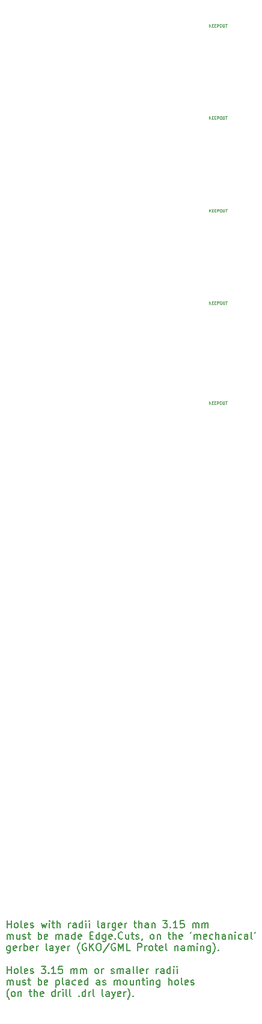
<source format=gbr>
%TF.GenerationSoftware,KiCad,Pcbnew,7.0.7*%
%TF.CreationDate,2023-08-29T15:38:33+10:00*%
%TF.ProjectId,headphone_sum,68656164-7068-46f6-9e65-5f73756d2e6b,rev?*%
%TF.SameCoordinates,Original*%
%TF.FileFunction,Other,Comment*%
%FSLAX46Y46*%
G04 Gerber Fmt 4.6, Leading zero omitted, Abs format (unit mm)*
G04 Created by KiCad (PCBNEW 7.0.7) date 2023-08-29 15:38:33*
%MOMM*%
%LPD*%
G01*
G04 APERTURE LIST*
%ADD10C,0.150000*%
%ADD11C,0.051000*%
G04 APERTURE END LIST*
D10*
X-24656820Y-23310819D02*
X-24656820Y-22310819D01*
X-24656820Y-22787009D02*
X-24085392Y-22787009D01*
X-24085392Y-23310819D02*
X-24085392Y-22310819D01*
X-23466344Y-23310819D02*
X-23561582Y-23263200D01*
X-23561582Y-23263200D02*
X-23609201Y-23215580D01*
X-23609201Y-23215580D02*
X-23656820Y-23120342D01*
X-23656820Y-23120342D02*
X-23656820Y-22834628D01*
X-23656820Y-22834628D02*
X-23609201Y-22739390D01*
X-23609201Y-22739390D02*
X-23561582Y-22691771D01*
X-23561582Y-22691771D02*
X-23466344Y-22644152D01*
X-23466344Y-22644152D02*
X-23323487Y-22644152D01*
X-23323487Y-22644152D02*
X-23228249Y-22691771D01*
X-23228249Y-22691771D02*
X-23180630Y-22739390D01*
X-23180630Y-22739390D02*
X-23133011Y-22834628D01*
X-23133011Y-22834628D02*
X-23133011Y-23120342D01*
X-23133011Y-23120342D02*
X-23180630Y-23215580D01*
X-23180630Y-23215580D02*
X-23228249Y-23263200D01*
X-23228249Y-23263200D02*
X-23323487Y-23310819D01*
X-23323487Y-23310819D02*
X-23466344Y-23310819D01*
X-22561582Y-23310819D02*
X-22656820Y-23263200D01*
X-22656820Y-23263200D02*
X-22704439Y-23167961D01*
X-22704439Y-23167961D02*
X-22704439Y-22310819D01*
X-21799677Y-23263200D02*
X-21894915Y-23310819D01*
X-21894915Y-23310819D02*
X-22085391Y-23310819D01*
X-22085391Y-23310819D02*
X-22180629Y-23263200D01*
X-22180629Y-23263200D02*
X-22228248Y-23167961D01*
X-22228248Y-23167961D02*
X-22228248Y-22787009D01*
X-22228248Y-22787009D02*
X-22180629Y-22691771D01*
X-22180629Y-22691771D02*
X-22085391Y-22644152D01*
X-22085391Y-22644152D02*
X-21894915Y-22644152D01*
X-21894915Y-22644152D02*
X-21799677Y-22691771D01*
X-21799677Y-22691771D02*
X-21752058Y-22787009D01*
X-21752058Y-22787009D02*
X-21752058Y-22882247D01*
X-21752058Y-22882247D02*
X-22228248Y-22977485D01*
X-21371105Y-23263200D02*
X-21275867Y-23310819D01*
X-21275867Y-23310819D02*
X-21085391Y-23310819D01*
X-21085391Y-23310819D02*
X-20990153Y-23263200D01*
X-20990153Y-23263200D02*
X-20942534Y-23167961D01*
X-20942534Y-23167961D02*
X-20942534Y-23120342D01*
X-20942534Y-23120342D02*
X-20990153Y-23025104D01*
X-20990153Y-23025104D02*
X-21085391Y-22977485D01*
X-21085391Y-22977485D02*
X-21228248Y-22977485D01*
X-21228248Y-22977485D02*
X-21323486Y-22929866D01*
X-21323486Y-22929866D02*
X-21371105Y-22834628D01*
X-21371105Y-22834628D02*
X-21371105Y-22787009D01*
X-21371105Y-22787009D02*
X-21323486Y-22691771D01*
X-21323486Y-22691771D02*
X-21228248Y-22644152D01*
X-21228248Y-22644152D02*
X-21085391Y-22644152D01*
X-21085391Y-22644152D02*
X-20990153Y-22691771D01*
X-19847295Y-22644152D02*
X-19656819Y-23310819D01*
X-19656819Y-23310819D02*
X-19466343Y-22834628D01*
X-19466343Y-22834628D02*
X-19275867Y-23310819D01*
X-19275867Y-23310819D02*
X-19085391Y-22644152D01*
X-18704438Y-23310819D02*
X-18704438Y-22644152D01*
X-18704438Y-22310819D02*
X-18752057Y-22358438D01*
X-18752057Y-22358438D02*
X-18704438Y-22406057D01*
X-18704438Y-22406057D02*
X-18656819Y-22358438D01*
X-18656819Y-22358438D02*
X-18704438Y-22310819D01*
X-18704438Y-22310819D02*
X-18704438Y-22406057D01*
X-18371105Y-22644152D02*
X-17990153Y-22644152D01*
X-18228248Y-22310819D02*
X-18228248Y-23167961D01*
X-18228248Y-23167961D02*
X-18180629Y-23263200D01*
X-18180629Y-23263200D02*
X-18085391Y-23310819D01*
X-18085391Y-23310819D02*
X-17990153Y-23310819D01*
X-17656819Y-23310819D02*
X-17656819Y-22310819D01*
X-17228248Y-23310819D02*
X-17228248Y-22787009D01*
X-17228248Y-22787009D02*
X-17275867Y-22691771D01*
X-17275867Y-22691771D02*
X-17371105Y-22644152D01*
X-17371105Y-22644152D02*
X-17513962Y-22644152D01*
X-17513962Y-22644152D02*
X-17609200Y-22691771D01*
X-17609200Y-22691771D02*
X-17656819Y-22739390D01*
X-15990152Y-23310819D02*
X-15990152Y-22644152D01*
X-15990152Y-22834628D02*
X-15942533Y-22739390D01*
X-15942533Y-22739390D02*
X-15894914Y-22691771D01*
X-15894914Y-22691771D02*
X-15799676Y-22644152D01*
X-15799676Y-22644152D02*
X-15704438Y-22644152D01*
X-14942533Y-23310819D02*
X-14942533Y-22787009D01*
X-14942533Y-22787009D02*
X-14990152Y-22691771D01*
X-14990152Y-22691771D02*
X-15085390Y-22644152D01*
X-15085390Y-22644152D02*
X-15275866Y-22644152D01*
X-15275866Y-22644152D02*
X-15371104Y-22691771D01*
X-14942533Y-23263200D02*
X-15037771Y-23310819D01*
X-15037771Y-23310819D02*
X-15275866Y-23310819D01*
X-15275866Y-23310819D02*
X-15371104Y-23263200D01*
X-15371104Y-23263200D02*
X-15418723Y-23167961D01*
X-15418723Y-23167961D02*
X-15418723Y-23072723D01*
X-15418723Y-23072723D02*
X-15371104Y-22977485D01*
X-15371104Y-22977485D02*
X-15275866Y-22929866D01*
X-15275866Y-22929866D02*
X-15037771Y-22929866D01*
X-15037771Y-22929866D02*
X-14942533Y-22882247D01*
X-14037771Y-23310819D02*
X-14037771Y-22310819D01*
X-14037771Y-23263200D02*
X-14133009Y-23310819D01*
X-14133009Y-23310819D02*
X-14323485Y-23310819D01*
X-14323485Y-23310819D02*
X-14418723Y-23263200D01*
X-14418723Y-23263200D02*
X-14466342Y-23215580D01*
X-14466342Y-23215580D02*
X-14513961Y-23120342D01*
X-14513961Y-23120342D02*
X-14513961Y-22834628D01*
X-14513961Y-22834628D02*
X-14466342Y-22739390D01*
X-14466342Y-22739390D02*
X-14418723Y-22691771D01*
X-14418723Y-22691771D02*
X-14323485Y-22644152D01*
X-14323485Y-22644152D02*
X-14133009Y-22644152D01*
X-14133009Y-22644152D02*
X-14037771Y-22691771D01*
X-13561580Y-23310819D02*
X-13561580Y-22644152D01*
X-13561580Y-22310819D02*
X-13609199Y-22358438D01*
X-13609199Y-22358438D02*
X-13561580Y-22406057D01*
X-13561580Y-22406057D02*
X-13513961Y-22358438D01*
X-13513961Y-22358438D02*
X-13561580Y-22310819D01*
X-13561580Y-22310819D02*
X-13561580Y-22406057D01*
X-13085390Y-23310819D02*
X-13085390Y-22644152D01*
X-13085390Y-22310819D02*
X-13133009Y-22358438D01*
X-13133009Y-22358438D02*
X-13085390Y-22406057D01*
X-13085390Y-22406057D02*
X-13037771Y-22358438D01*
X-13037771Y-22358438D02*
X-13085390Y-22310819D01*
X-13085390Y-22310819D02*
X-13085390Y-22406057D01*
X-11704438Y-23310819D02*
X-11799676Y-23263200D01*
X-11799676Y-23263200D02*
X-11847295Y-23167961D01*
X-11847295Y-23167961D02*
X-11847295Y-22310819D01*
X-10894914Y-23310819D02*
X-10894914Y-22787009D01*
X-10894914Y-22787009D02*
X-10942533Y-22691771D01*
X-10942533Y-22691771D02*
X-11037771Y-22644152D01*
X-11037771Y-22644152D02*
X-11228247Y-22644152D01*
X-11228247Y-22644152D02*
X-11323485Y-22691771D01*
X-10894914Y-23263200D02*
X-10990152Y-23310819D01*
X-10990152Y-23310819D02*
X-11228247Y-23310819D01*
X-11228247Y-23310819D02*
X-11323485Y-23263200D01*
X-11323485Y-23263200D02*
X-11371104Y-23167961D01*
X-11371104Y-23167961D02*
X-11371104Y-23072723D01*
X-11371104Y-23072723D02*
X-11323485Y-22977485D01*
X-11323485Y-22977485D02*
X-11228247Y-22929866D01*
X-11228247Y-22929866D02*
X-10990152Y-22929866D01*
X-10990152Y-22929866D02*
X-10894914Y-22882247D01*
X-10418723Y-23310819D02*
X-10418723Y-22644152D01*
X-10418723Y-22834628D02*
X-10371104Y-22739390D01*
X-10371104Y-22739390D02*
X-10323485Y-22691771D01*
X-10323485Y-22691771D02*
X-10228247Y-22644152D01*
X-10228247Y-22644152D02*
X-10133009Y-22644152D01*
X-9371104Y-22644152D02*
X-9371104Y-23453676D01*
X-9371104Y-23453676D02*
X-9418723Y-23548914D01*
X-9418723Y-23548914D02*
X-9466342Y-23596533D01*
X-9466342Y-23596533D02*
X-9561580Y-23644152D01*
X-9561580Y-23644152D02*
X-9704437Y-23644152D01*
X-9704437Y-23644152D02*
X-9799675Y-23596533D01*
X-9371104Y-23263200D02*
X-9466342Y-23310819D01*
X-9466342Y-23310819D02*
X-9656818Y-23310819D01*
X-9656818Y-23310819D02*
X-9752056Y-23263200D01*
X-9752056Y-23263200D02*
X-9799675Y-23215580D01*
X-9799675Y-23215580D02*
X-9847294Y-23120342D01*
X-9847294Y-23120342D02*
X-9847294Y-22834628D01*
X-9847294Y-22834628D02*
X-9799675Y-22739390D01*
X-9799675Y-22739390D02*
X-9752056Y-22691771D01*
X-9752056Y-22691771D02*
X-9656818Y-22644152D01*
X-9656818Y-22644152D02*
X-9466342Y-22644152D01*
X-9466342Y-22644152D02*
X-9371104Y-22691771D01*
X-8513961Y-23263200D02*
X-8609199Y-23310819D01*
X-8609199Y-23310819D02*
X-8799675Y-23310819D01*
X-8799675Y-23310819D02*
X-8894913Y-23263200D01*
X-8894913Y-23263200D02*
X-8942532Y-23167961D01*
X-8942532Y-23167961D02*
X-8942532Y-22787009D01*
X-8942532Y-22787009D02*
X-8894913Y-22691771D01*
X-8894913Y-22691771D02*
X-8799675Y-22644152D01*
X-8799675Y-22644152D02*
X-8609199Y-22644152D01*
X-8609199Y-22644152D02*
X-8513961Y-22691771D01*
X-8513961Y-22691771D02*
X-8466342Y-22787009D01*
X-8466342Y-22787009D02*
X-8466342Y-22882247D01*
X-8466342Y-22882247D02*
X-8942532Y-22977485D01*
X-8037770Y-23310819D02*
X-8037770Y-22644152D01*
X-8037770Y-22834628D02*
X-7990151Y-22739390D01*
X-7990151Y-22739390D02*
X-7942532Y-22691771D01*
X-7942532Y-22691771D02*
X-7847294Y-22644152D01*
X-7847294Y-22644152D02*
X-7752056Y-22644152D01*
X-6799674Y-22644152D02*
X-6418722Y-22644152D01*
X-6656817Y-22310819D02*
X-6656817Y-23167961D01*
X-6656817Y-23167961D02*
X-6609198Y-23263200D01*
X-6609198Y-23263200D02*
X-6513960Y-23310819D01*
X-6513960Y-23310819D02*
X-6418722Y-23310819D01*
X-6085388Y-23310819D02*
X-6085388Y-22310819D01*
X-5656817Y-23310819D02*
X-5656817Y-22787009D01*
X-5656817Y-22787009D02*
X-5704436Y-22691771D01*
X-5704436Y-22691771D02*
X-5799674Y-22644152D01*
X-5799674Y-22644152D02*
X-5942531Y-22644152D01*
X-5942531Y-22644152D02*
X-6037769Y-22691771D01*
X-6037769Y-22691771D02*
X-6085388Y-22739390D01*
X-4752055Y-23310819D02*
X-4752055Y-22787009D01*
X-4752055Y-22787009D02*
X-4799674Y-22691771D01*
X-4799674Y-22691771D02*
X-4894912Y-22644152D01*
X-4894912Y-22644152D02*
X-5085388Y-22644152D01*
X-5085388Y-22644152D02*
X-5180626Y-22691771D01*
X-4752055Y-23263200D02*
X-4847293Y-23310819D01*
X-4847293Y-23310819D02*
X-5085388Y-23310819D01*
X-5085388Y-23310819D02*
X-5180626Y-23263200D01*
X-5180626Y-23263200D02*
X-5228245Y-23167961D01*
X-5228245Y-23167961D02*
X-5228245Y-23072723D01*
X-5228245Y-23072723D02*
X-5180626Y-22977485D01*
X-5180626Y-22977485D02*
X-5085388Y-22929866D01*
X-5085388Y-22929866D02*
X-4847293Y-22929866D01*
X-4847293Y-22929866D02*
X-4752055Y-22882247D01*
X-4275864Y-22644152D02*
X-4275864Y-23310819D01*
X-4275864Y-22739390D02*
X-4228245Y-22691771D01*
X-4228245Y-22691771D02*
X-4133007Y-22644152D01*
X-4133007Y-22644152D02*
X-3990150Y-22644152D01*
X-3990150Y-22644152D02*
X-3894912Y-22691771D01*
X-3894912Y-22691771D02*
X-3847293Y-22787009D01*
X-3847293Y-22787009D02*
X-3847293Y-23310819D01*
X-2704435Y-22310819D02*
X-2085388Y-22310819D01*
X-2085388Y-22310819D02*
X-2418721Y-22691771D01*
X-2418721Y-22691771D02*
X-2275864Y-22691771D01*
X-2275864Y-22691771D02*
X-2180626Y-22739390D01*
X-2180626Y-22739390D02*
X-2133007Y-22787009D01*
X-2133007Y-22787009D02*
X-2085388Y-22882247D01*
X-2085388Y-22882247D02*
X-2085388Y-23120342D01*
X-2085388Y-23120342D02*
X-2133007Y-23215580D01*
X-2133007Y-23215580D02*
X-2180626Y-23263200D01*
X-2180626Y-23263200D02*
X-2275864Y-23310819D01*
X-2275864Y-23310819D02*
X-2561578Y-23310819D01*
X-2561578Y-23310819D02*
X-2656816Y-23263200D01*
X-2656816Y-23263200D02*
X-2704435Y-23215580D01*
X-1656816Y-23215580D02*
X-1609197Y-23263200D01*
X-1609197Y-23263200D02*
X-1656816Y-23310819D01*
X-1656816Y-23310819D02*
X-1704435Y-23263200D01*
X-1704435Y-23263200D02*
X-1656816Y-23215580D01*
X-1656816Y-23215580D02*
X-1656816Y-23310819D01*
X-656817Y-23310819D02*
X-1228245Y-23310819D01*
X-942531Y-23310819D02*
X-942531Y-22310819D01*
X-942531Y-22310819D02*
X-1037769Y-22453676D01*
X-1037769Y-22453676D02*
X-1133007Y-22548914D01*
X-1133007Y-22548914D02*
X-1228245Y-22596533D01*
X247944Y-22310819D02*
X-228245Y-22310819D01*
X-228245Y-22310819D02*
X-275864Y-22787009D01*
X-275864Y-22787009D02*
X-228245Y-22739390D01*
X-228245Y-22739390D02*
X-133007Y-22691771D01*
X-133007Y-22691771D02*
X105087Y-22691771D01*
X105087Y-22691771D02*
X200325Y-22739390D01*
X200325Y-22739390D02*
X247944Y-22787009D01*
X247944Y-22787009D02*
X295563Y-22882247D01*
X295563Y-22882247D02*
X295563Y-23120342D01*
X295563Y-23120342D02*
X247944Y-23215580D01*
X247944Y-23215580D02*
X200325Y-23263200D01*
X200325Y-23263200D02*
X105087Y-23310819D01*
X105087Y-23310819D02*
X-133007Y-23310819D01*
X-133007Y-23310819D02*
X-228245Y-23263200D01*
X-228245Y-23263200D02*
X-275864Y-23215580D01*
X1486040Y-23310819D02*
X1486040Y-22644152D01*
X1486040Y-22739390D02*
X1533659Y-22691771D01*
X1533659Y-22691771D02*
X1628897Y-22644152D01*
X1628897Y-22644152D02*
X1771754Y-22644152D01*
X1771754Y-22644152D02*
X1866992Y-22691771D01*
X1866992Y-22691771D02*
X1914611Y-22787009D01*
X1914611Y-22787009D02*
X1914611Y-23310819D01*
X1914611Y-22787009D02*
X1962230Y-22691771D01*
X1962230Y-22691771D02*
X2057468Y-22644152D01*
X2057468Y-22644152D02*
X2200325Y-22644152D01*
X2200325Y-22644152D02*
X2295564Y-22691771D01*
X2295564Y-22691771D02*
X2343183Y-22787009D01*
X2343183Y-22787009D02*
X2343183Y-23310819D01*
X2819373Y-23310819D02*
X2819373Y-22644152D01*
X2819373Y-22739390D02*
X2866992Y-22691771D01*
X2866992Y-22691771D02*
X2962230Y-22644152D01*
X2962230Y-22644152D02*
X3105087Y-22644152D01*
X3105087Y-22644152D02*
X3200325Y-22691771D01*
X3200325Y-22691771D02*
X3247944Y-22787009D01*
X3247944Y-22787009D02*
X3247944Y-23310819D01*
X3247944Y-22787009D02*
X3295563Y-22691771D01*
X3295563Y-22691771D02*
X3390801Y-22644152D01*
X3390801Y-22644152D02*
X3533658Y-22644152D01*
X3533658Y-22644152D02*
X3628897Y-22691771D01*
X3628897Y-22691771D02*
X3676516Y-22787009D01*
X3676516Y-22787009D02*
X3676516Y-23310819D01*
X-24656820Y-24920819D02*
X-24656820Y-24254152D01*
X-24656820Y-24349390D02*
X-24609201Y-24301771D01*
X-24609201Y-24301771D02*
X-24513963Y-24254152D01*
X-24513963Y-24254152D02*
X-24371106Y-24254152D01*
X-24371106Y-24254152D02*
X-24275868Y-24301771D01*
X-24275868Y-24301771D02*
X-24228249Y-24397009D01*
X-24228249Y-24397009D02*
X-24228249Y-24920819D01*
X-24228249Y-24397009D02*
X-24180630Y-24301771D01*
X-24180630Y-24301771D02*
X-24085392Y-24254152D01*
X-24085392Y-24254152D02*
X-23942535Y-24254152D01*
X-23942535Y-24254152D02*
X-23847296Y-24301771D01*
X-23847296Y-24301771D02*
X-23799677Y-24397009D01*
X-23799677Y-24397009D02*
X-23799677Y-24920819D01*
X-22894916Y-24254152D02*
X-22894916Y-24920819D01*
X-23323487Y-24254152D02*
X-23323487Y-24777961D01*
X-23323487Y-24777961D02*
X-23275868Y-24873200D01*
X-23275868Y-24873200D02*
X-23180630Y-24920819D01*
X-23180630Y-24920819D02*
X-23037773Y-24920819D01*
X-23037773Y-24920819D02*
X-22942535Y-24873200D01*
X-22942535Y-24873200D02*
X-22894916Y-24825580D01*
X-22466344Y-24873200D02*
X-22371106Y-24920819D01*
X-22371106Y-24920819D02*
X-22180630Y-24920819D01*
X-22180630Y-24920819D02*
X-22085392Y-24873200D01*
X-22085392Y-24873200D02*
X-22037773Y-24777961D01*
X-22037773Y-24777961D02*
X-22037773Y-24730342D01*
X-22037773Y-24730342D02*
X-22085392Y-24635104D01*
X-22085392Y-24635104D02*
X-22180630Y-24587485D01*
X-22180630Y-24587485D02*
X-22323487Y-24587485D01*
X-22323487Y-24587485D02*
X-22418725Y-24539866D01*
X-22418725Y-24539866D02*
X-22466344Y-24444628D01*
X-22466344Y-24444628D02*
X-22466344Y-24397009D01*
X-22466344Y-24397009D02*
X-22418725Y-24301771D01*
X-22418725Y-24301771D02*
X-22323487Y-24254152D01*
X-22323487Y-24254152D02*
X-22180630Y-24254152D01*
X-22180630Y-24254152D02*
X-22085392Y-24301771D01*
X-21752058Y-24254152D02*
X-21371106Y-24254152D01*
X-21609201Y-23920819D02*
X-21609201Y-24777961D01*
X-21609201Y-24777961D02*
X-21561582Y-24873200D01*
X-21561582Y-24873200D02*
X-21466344Y-24920819D01*
X-21466344Y-24920819D02*
X-21371106Y-24920819D01*
X-20275867Y-24920819D02*
X-20275867Y-23920819D01*
X-20275867Y-24301771D02*
X-20180629Y-24254152D01*
X-20180629Y-24254152D02*
X-19990153Y-24254152D01*
X-19990153Y-24254152D02*
X-19894915Y-24301771D01*
X-19894915Y-24301771D02*
X-19847296Y-24349390D01*
X-19847296Y-24349390D02*
X-19799677Y-24444628D01*
X-19799677Y-24444628D02*
X-19799677Y-24730342D01*
X-19799677Y-24730342D02*
X-19847296Y-24825580D01*
X-19847296Y-24825580D02*
X-19894915Y-24873200D01*
X-19894915Y-24873200D02*
X-19990153Y-24920819D01*
X-19990153Y-24920819D02*
X-20180629Y-24920819D01*
X-20180629Y-24920819D02*
X-20275867Y-24873200D01*
X-18990153Y-24873200D02*
X-19085391Y-24920819D01*
X-19085391Y-24920819D02*
X-19275867Y-24920819D01*
X-19275867Y-24920819D02*
X-19371105Y-24873200D01*
X-19371105Y-24873200D02*
X-19418724Y-24777961D01*
X-19418724Y-24777961D02*
X-19418724Y-24397009D01*
X-19418724Y-24397009D02*
X-19371105Y-24301771D01*
X-19371105Y-24301771D02*
X-19275867Y-24254152D01*
X-19275867Y-24254152D02*
X-19085391Y-24254152D01*
X-19085391Y-24254152D02*
X-18990153Y-24301771D01*
X-18990153Y-24301771D02*
X-18942534Y-24397009D01*
X-18942534Y-24397009D02*
X-18942534Y-24492247D01*
X-18942534Y-24492247D02*
X-19418724Y-24587485D01*
X-17752057Y-24920819D02*
X-17752057Y-24254152D01*
X-17752057Y-24349390D02*
X-17704438Y-24301771D01*
X-17704438Y-24301771D02*
X-17609200Y-24254152D01*
X-17609200Y-24254152D02*
X-17466343Y-24254152D01*
X-17466343Y-24254152D02*
X-17371105Y-24301771D01*
X-17371105Y-24301771D02*
X-17323486Y-24397009D01*
X-17323486Y-24397009D02*
X-17323486Y-24920819D01*
X-17323486Y-24397009D02*
X-17275867Y-24301771D01*
X-17275867Y-24301771D02*
X-17180629Y-24254152D01*
X-17180629Y-24254152D02*
X-17037772Y-24254152D01*
X-17037772Y-24254152D02*
X-16942533Y-24301771D01*
X-16942533Y-24301771D02*
X-16894914Y-24397009D01*
X-16894914Y-24397009D02*
X-16894914Y-24920819D01*
X-15990153Y-24920819D02*
X-15990153Y-24397009D01*
X-15990153Y-24397009D02*
X-16037772Y-24301771D01*
X-16037772Y-24301771D02*
X-16133010Y-24254152D01*
X-16133010Y-24254152D02*
X-16323486Y-24254152D01*
X-16323486Y-24254152D02*
X-16418724Y-24301771D01*
X-15990153Y-24873200D02*
X-16085391Y-24920819D01*
X-16085391Y-24920819D02*
X-16323486Y-24920819D01*
X-16323486Y-24920819D02*
X-16418724Y-24873200D01*
X-16418724Y-24873200D02*
X-16466343Y-24777961D01*
X-16466343Y-24777961D02*
X-16466343Y-24682723D01*
X-16466343Y-24682723D02*
X-16418724Y-24587485D01*
X-16418724Y-24587485D02*
X-16323486Y-24539866D01*
X-16323486Y-24539866D02*
X-16085391Y-24539866D01*
X-16085391Y-24539866D02*
X-15990153Y-24492247D01*
X-15085391Y-24920819D02*
X-15085391Y-23920819D01*
X-15085391Y-24873200D02*
X-15180629Y-24920819D01*
X-15180629Y-24920819D02*
X-15371105Y-24920819D01*
X-15371105Y-24920819D02*
X-15466343Y-24873200D01*
X-15466343Y-24873200D02*
X-15513962Y-24825580D01*
X-15513962Y-24825580D02*
X-15561581Y-24730342D01*
X-15561581Y-24730342D02*
X-15561581Y-24444628D01*
X-15561581Y-24444628D02*
X-15513962Y-24349390D01*
X-15513962Y-24349390D02*
X-15466343Y-24301771D01*
X-15466343Y-24301771D02*
X-15371105Y-24254152D01*
X-15371105Y-24254152D02*
X-15180629Y-24254152D01*
X-15180629Y-24254152D02*
X-15085391Y-24301771D01*
X-14228248Y-24873200D02*
X-14323486Y-24920819D01*
X-14323486Y-24920819D02*
X-14513962Y-24920819D01*
X-14513962Y-24920819D02*
X-14609200Y-24873200D01*
X-14609200Y-24873200D02*
X-14656819Y-24777961D01*
X-14656819Y-24777961D02*
X-14656819Y-24397009D01*
X-14656819Y-24397009D02*
X-14609200Y-24301771D01*
X-14609200Y-24301771D02*
X-14513962Y-24254152D01*
X-14513962Y-24254152D02*
X-14323486Y-24254152D01*
X-14323486Y-24254152D02*
X-14228248Y-24301771D01*
X-14228248Y-24301771D02*
X-14180629Y-24397009D01*
X-14180629Y-24397009D02*
X-14180629Y-24492247D01*
X-14180629Y-24492247D02*
X-14656819Y-24587485D01*
X-12990152Y-24397009D02*
X-12656819Y-24397009D01*
X-12513962Y-24920819D02*
X-12990152Y-24920819D01*
X-12990152Y-24920819D02*
X-12990152Y-23920819D01*
X-12990152Y-23920819D02*
X-12513962Y-23920819D01*
X-11656819Y-24920819D02*
X-11656819Y-23920819D01*
X-11656819Y-24873200D02*
X-11752057Y-24920819D01*
X-11752057Y-24920819D02*
X-11942533Y-24920819D01*
X-11942533Y-24920819D02*
X-12037771Y-24873200D01*
X-12037771Y-24873200D02*
X-12085390Y-24825580D01*
X-12085390Y-24825580D02*
X-12133009Y-24730342D01*
X-12133009Y-24730342D02*
X-12133009Y-24444628D01*
X-12133009Y-24444628D02*
X-12085390Y-24349390D01*
X-12085390Y-24349390D02*
X-12037771Y-24301771D01*
X-12037771Y-24301771D02*
X-11942533Y-24254152D01*
X-11942533Y-24254152D02*
X-11752057Y-24254152D01*
X-11752057Y-24254152D02*
X-11656819Y-24301771D01*
X-10752057Y-24254152D02*
X-10752057Y-25063676D01*
X-10752057Y-25063676D02*
X-10799676Y-25158914D01*
X-10799676Y-25158914D02*
X-10847295Y-25206533D01*
X-10847295Y-25206533D02*
X-10942533Y-25254152D01*
X-10942533Y-25254152D02*
X-11085390Y-25254152D01*
X-11085390Y-25254152D02*
X-11180628Y-25206533D01*
X-10752057Y-24873200D02*
X-10847295Y-24920819D01*
X-10847295Y-24920819D02*
X-11037771Y-24920819D01*
X-11037771Y-24920819D02*
X-11133009Y-24873200D01*
X-11133009Y-24873200D02*
X-11180628Y-24825580D01*
X-11180628Y-24825580D02*
X-11228247Y-24730342D01*
X-11228247Y-24730342D02*
X-11228247Y-24444628D01*
X-11228247Y-24444628D02*
X-11180628Y-24349390D01*
X-11180628Y-24349390D02*
X-11133009Y-24301771D01*
X-11133009Y-24301771D02*
X-11037771Y-24254152D01*
X-11037771Y-24254152D02*
X-10847295Y-24254152D01*
X-10847295Y-24254152D02*
X-10752057Y-24301771D01*
X-9894914Y-24873200D02*
X-9990152Y-24920819D01*
X-9990152Y-24920819D02*
X-10180628Y-24920819D01*
X-10180628Y-24920819D02*
X-10275866Y-24873200D01*
X-10275866Y-24873200D02*
X-10323485Y-24777961D01*
X-10323485Y-24777961D02*
X-10323485Y-24397009D01*
X-10323485Y-24397009D02*
X-10275866Y-24301771D01*
X-10275866Y-24301771D02*
X-10180628Y-24254152D01*
X-10180628Y-24254152D02*
X-9990152Y-24254152D01*
X-9990152Y-24254152D02*
X-9894914Y-24301771D01*
X-9894914Y-24301771D02*
X-9847295Y-24397009D01*
X-9847295Y-24397009D02*
X-9847295Y-24492247D01*
X-9847295Y-24492247D02*
X-10323485Y-24587485D01*
X-9418723Y-24825580D02*
X-9371104Y-24873200D01*
X-9371104Y-24873200D02*
X-9418723Y-24920819D01*
X-9418723Y-24920819D02*
X-9466342Y-24873200D01*
X-9466342Y-24873200D02*
X-9418723Y-24825580D01*
X-9418723Y-24825580D02*
X-9418723Y-24920819D01*
X-8371105Y-24825580D02*
X-8418724Y-24873200D01*
X-8418724Y-24873200D02*
X-8561581Y-24920819D01*
X-8561581Y-24920819D02*
X-8656819Y-24920819D01*
X-8656819Y-24920819D02*
X-8799676Y-24873200D01*
X-8799676Y-24873200D02*
X-8894914Y-24777961D01*
X-8894914Y-24777961D02*
X-8942533Y-24682723D01*
X-8942533Y-24682723D02*
X-8990152Y-24492247D01*
X-8990152Y-24492247D02*
X-8990152Y-24349390D01*
X-8990152Y-24349390D02*
X-8942533Y-24158914D01*
X-8942533Y-24158914D02*
X-8894914Y-24063676D01*
X-8894914Y-24063676D02*
X-8799676Y-23968438D01*
X-8799676Y-23968438D02*
X-8656819Y-23920819D01*
X-8656819Y-23920819D02*
X-8561581Y-23920819D01*
X-8561581Y-23920819D02*
X-8418724Y-23968438D01*
X-8418724Y-23968438D02*
X-8371105Y-24016057D01*
X-7513962Y-24254152D02*
X-7513962Y-24920819D01*
X-7942533Y-24254152D02*
X-7942533Y-24777961D01*
X-7942533Y-24777961D02*
X-7894914Y-24873200D01*
X-7894914Y-24873200D02*
X-7799676Y-24920819D01*
X-7799676Y-24920819D02*
X-7656819Y-24920819D01*
X-7656819Y-24920819D02*
X-7561581Y-24873200D01*
X-7561581Y-24873200D02*
X-7513962Y-24825580D01*
X-7180628Y-24254152D02*
X-6799676Y-24254152D01*
X-7037771Y-23920819D02*
X-7037771Y-24777961D01*
X-7037771Y-24777961D02*
X-6990152Y-24873200D01*
X-6990152Y-24873200D02*
X-6894914Y-24920819D01*
X-6894914Y-24920819D02*
X-6799676Y-24920819D01*
X-6513961Y-24873200D02*
X-6418723Y-24920819D01*
X-6418723Y-24920819D02*
X-6228247Y-24920819D01*
X-6228247Y-24920819D02*
X-6133009Y-24873200D01*
X-6133009Y-24873200D02*
X-6085390Y-24777961D01*
X-6085390Y-24777961D02*
X-6085390Y-24730342D01*
X-6085390Y-24730342D02*
X-6133009Y-24635104D01*
X-6133009Y-24635104D02*
X-6228247Y-24587485D01*
X-6228247Y-24587485D02*
X-6371104Y-24587485D01*
X-6371104Y-24587485D02*
X-6466342Y-24539866D01*
X-6466342Y-24539866D02*
X-6513961Y-24444628D01*
X-6513961Y-24444628D02*
X-6513961Y-24397009D01*
X-6513961Y-24397009D02*
X-6466342Y-24301771D01*
X-6466342Y-24301771D02*
X-6371104Y-24254152D01*
X-6371104Y-24254152D02*
X-6228247Y-24254152D01*
X-6228247Y-24254152D02*
X-6133009Y-24301771D01*
X-5609199Y-24873200D02*
X-5609199Y-24920819D01*
X-5609199Y-24920819D02*
X-5656818Y-25016057D01*
X-5656818Y-25016057D02*
X-5704437Y-25063676D01*
X-4275866Y-24920819D02*
X-4371104Y-24873200D01*
X-4371104Y-24873200D02*
X-4418723Y-24825580D01*
X-4418723Y-24825580D02*
X-4466342Y-24730342D01*
X-4466342Y-24730342D02*
X-4466342Y-24444628D01*
X-4466342Y-24444628D02*
X-4418723Y-24349390D01*
X-4418723Y-24349390D02*
X-4371104Y-24301771D01*
X-4371104Y-24301771D02*
X-4275866Y-24254152D01*
X-4275866Y-24254152D02*
X-4133009Y-24254152D01*
X-4133009Y-24254152D02*
X-4037771Y-24301771D01*
X-4037771Y-24301771D02*
X-3990152Y-24349390D01*
X-3990152Y-24349390D02*
X-3942533Y-24444628D01*
X-3942533Y-24444628D02*
X-3942533Y-24730342D01*
X-3942533Y-24730342D02*
X-3990152Y-24825580D01*
X-3990152Y-24825580D02*
X-4037771Y-24873200D01*
X-4037771Y-24873200D02*
X-4133009Y-24920819D01*
X-4133009Y-24920819D02*
X-4275866Y-24920819D01*
X-3513961Y-24254152D02*
X-3513961Y-24920819D01*
X-3513961Y-24349390D02*
X-3466342Y-24301771D01*
X-3466342Y-24301771D02*
X-3371104Y-24254152D01*
X-3371104Y-24254152D02*
X-3228247Y-24254152D01*
X-3228247Y-24254152D02*
X-3133009Y-24301771D01*
X-3133009Y-24301771D02*
X-3085390Y-24397009D01*
X-3085390Y-24397009D02*
X-3085390Y-24920819D01*
X-1990151Y-24254152D02*
X-1609199Y-24254152D01*
X-1847294Y-23920819D02*
X-1847294Y-24777961D01*
X-1847294Y-24777961D02*
X-1799675Y-24873200D01*
X-1799675Y-24873200D02*
X-1704437Y-24920819D01*
X-1704437Y-24920819D02*
X-1609199Y-24920819D01*
X-1275865Y-24920819D02*
X-1275865Y-23920819D01*
X-847294Y-24920819D02*
X-847294Y-24397009D01*
X-847294Y-24397009D02*
X-894913Y-24301771D01*
X-894913Y-24301771D02*
X-990151Y-24254152D01*
X-990151Y-24254152D02*
X-1133008Y-24254152D01*
X-1133008Y-24254152D02*
X-1228246Y-24301771D01*
X-1228246Y-24301771D02*
X-1275865Y-24349390D01*
X9848Y-24873200D02*
X-85389Y-24920819D01*
X-85389Y-24920819D02*
X-275865Y-24920819D01*
X-275865Y-24920819D02*
X-371103Y-24873200D01*
X-371103Y-24873200D02*
X-418722Y-24777961D01*
X-418722Y-24777961D02*
X-418722Y-24397009D01*
X-418722Y-24397009D02*
X-371103Y-24301771D01*
X-371103Y-24301771D02*
X-275865Y-24254152D01*
X-275865Y-24254152D02*
X-85389Y-24254152D01*
X-85389Y-24254152D02*
X9848Y-24301771D01*
X9848Y-24301771D02*
X57467Y-24397009D01*
X57467Y-24397009D02*
X57467Y-24492247D01*
X57467Y-24492247D02*
X-418722Y-24587485D01*
X1295563Y-23920819D02*
X1200325Y-24111295D01*
X1724134Y-24920819D02*
X1724134Y-24254152D01*
X1724134Y-24349390D02*
X1771753Y-24301771D01*
X1771753Y-24301771D02*
X1866991Y-24254152D01*
X1866991Y-24254152D02*
X2009848Y-24254152D01*
X2009848Y-24254152D02*
X2105086Y-24301771D01*
X2105086Y-24301771D02*
X2152705Y-24397009D01*
X2152705Y-24397009D02*
X2152705Y-24920819D01*
X2152705Y-24397009D02*
X2200324Y-24301771D01*
X2200324Y-24301771D02*
X2295562Y-24254152D01*
X2295562Y-24254152D02*
X2438419Y-24254152D01*
X2438419Y-24254152D02*
X2533658Y-24301771D01*
X2533658Y-24301771D02*
X2581277Y-24397009D01*
X2581277Y-24397009D02*
X2581277Y-24920819D01*
X3438419Y-24873200D02*
X3343181Y-24920819D01*
X3343181Y-24920819D02*
X3152705Y-24920819D01*
X3152705Y-24920819D02*
X3057467Y-24873200D01*
X3057467Y-24873200D02*
X3009848Y-24777961D01*
X3009848Y-24777961D02*
X3009848Y-24397009D01*
X3009848Y-24397009D02*
X3057467Y-24301771D01*
X3057467Y-24301771D02*
X3152705Y-24254152D01*
X3152705Y-24254152D02*
X3343181Y-24254152D01*
X3343181Y-24254152D02*
X3438419Y-24301771D01*
X3438419Y-24301771D02*
X3486038Y-24397009D01*
X3486038Y-24397009D02*
X3486038Y-24492247D01*
X3486038Y-24492247D02*
X3009848Y-24587485D01*
X4343181Y-24873200D02*
X4247943Y-24920819D01*
X4247943Y-24920819D02*
X4057467Y-24920819D01*
X4057467Y-24920819D02*
X3962229Y-24873200D01*
X3962229Y-24873200D02*
X3914610Y-24825580D01*
X3914610Y-24825580D02*
X3866991Y-24730342D01*
X3866991Y-24730342D02*
X3866991Y-24444628D01*
X3866991Y-24444628D02*
X3914610Y-24349390D01*
X3914610Y-24349390D02*
X3962229Y-24301771D01*
X3962229Y-24301771D02*
X4057467Y-24254152D01*
X4057467Y-24254152D02*
X4247943Y-24254152D01*
X4247943Y-24254152D02*
X4343181Y-24301771D01*
X4771753Y-24920819D02*
X4771753Y-23920819D01*
X5200324Y-24920819D02*
X5200324Y-24397009D01*
X5200324Y-24397009D02*
X5152705Y-24301771D01*
X5152705Y-24301771D02*
X5057467Y-24254152D01*
X5057467Y-24254152D02*
X4914610Y-24254152D01*
X4914610Y-24254152D02*
X4819372Y-24301771D01*
X4819372Y-24301771D02*
X4771753Y-24349390D01*
X6105086Y-24920819D02*
X6105086Y-24397009D01*
X6105086Y-24397009D02*
X6057467Y-24301771D01*
X6057467Y-24301771D02*
X5962229Y-24254152D01*
X5962229Y-24254152D02*
X5771753Y-24254152D01*
X5771753Y-24254152D02*
X5676515Y-24301771D01*
X6105086Y-24873200D02*
X6009848Y-24920819D01*
X6009848Y-24920819D02*
X5771753Y-24920819D01*
X5771753Y-24920819D02*
X5676515Y-24873200D01*
X5676515Y-24873200D02*
X5628896Y-24777961D01*
X5628896Y-24777961D02*
X5628896Y-24682723D01*
X5628896Y-24682723D02*
X5676515Y-24587485D01*
X5676515Y-24587485D02*
X5771753Y-24539866D01*
X5771753Y-24539866D02*
X6009848Y-24539866D01*
X6009848Y-24539866D02*
X6105086Y-24492247D01*
X6581277Y-24254152D02*
X6581277Y-24920819D01*
X6581277Y-24349390D02*
X6628896Y-24301771D01*
X6628896Y-24301771D02*
X6724134Y-24254152D01*
X6724134Y-24254152D02*
X6866991Y-24254152D01*
X6866991Y-24254152D02*
X6962229Y-24301771D01*
X6962229Y-24301771D02*
X7009848Y-24397009D01*
X7009848Y-24397009D02*
X7009848Y-24920819D01*
X7486039Y-24920819D02*
X7486039Y-24254152D01*
X7486039Y-23920819D02*
X7438420Y-23968438D01*
X7438420Y-23968438D02*
X7486039Y-24016057D01*
X7486039Y-24016057D02*
X7533658Y-23968438D01*
X7533658Y-23968438D02*
X7486039Y-23920819D01*
X7486039Y-23920819D02*
X7486039Y-24016057D01*
X8390800Y-24873200D02*
X8295562Y-24920819D01*
X8295562Y-24920819D02*
X8105086Y-24920819D01*
X8105086Y-24920819D02*
X8009848Y-24873200D01*
X8009848Y-24873200D02*
X7962229Y-24825580D01*
X7962229Y-24825580D02*
X7914610Y-24730342D01*
X7914610Y-24730342D02*
X7914610Y-24444628D01*
X7914610Y-24444628D02*
X7962229Y-24349390D01*
X7962229Y-24349390D02*
X8009848Y-24301771D01*
X8009848Y-24301771D02*
X8105086Y-24254152D01*
X8105086Y-24254152D02*
X8295562Y-24254152D01*
X8295562Y-24254152D02*
X8390800Y-24301771D01*
X9247943Y-24920819D02*
X9247943Y-24397009D01*
X9247943Y-24397009D02*
X9200324Y-24301771D01*
X9200324Y-24301771D02*
X9105086Y-24254152D01*
X9105086Y-24254152D02*
X8914610Y-24254152D01*
X8914610Y-24254152D02*
X8819372Y-24301771D01*
X9247943Y-24873200D02*
X9152705Y-24920819D01*
X9152705Y-24920819D02*
X8914610Y-24920819D01*
X8914610Y-24920819D02*
X8819372Y-24873200D01*
X8819372Y-24873200D02*
X8771753Y-24777961D01*
X8771753Y-24777961D02*
X8771753Y-24682723D01*
X8771753Y-24682723D02*
X8819372Y-24587485D01*
X8819372Y-24587485D02*
X8914610Y-24539866D01*
X8914610Y-24539866D02*
X9152705Y-24539866D01*
X9152705Y-24539866D02*
X9247943Y-24492247D01*
X9866991Y-24920819D02*
X9771753Y-24873200D01*
X9771753Y-24873200D02*
X9724134Y-24777961D01*
X9724134Y-24777961D02*
X9724134Y-23920819D01*
X10295563Y-23920819D02*
X10200325Y-24111295D01*
X-24228249Y-25864152D02*
X-24228249Y-26673676D01*
X-24228249Y-26673676D02*
X-24275868Y-26768914D01*
X-24275868Y-26768914D02*
X-24323487Y-26816533D01*
X-24323487Y-26816533D02*
X-24418725Y-26864152D01*
X-24418725Y-26864152D02*
X-24561582Y-26864152D01*
X-24561582Y-26864152D02*
X-24656820Y-26816533D01*
X-24228249Y-26483200D02*
X-24323487Y-26530819D01*
X-24323487Y-26530819D02*
X-24513963Y-26530819D01*
X-24513963Y-26530819D02*
X-24609201Y-26483200D01*
X-24609201Y-26483200D02*
X-24656820Y-26435580D01*
X-24656820Y-26435580D02*
X-24704439Y-26340342D01*
X-24704439Y-26340342D02*
X-24704439Y-26054628D01*
X-24704439Y-26054628D02*
X-24656820Y-25959390D01*
X-24656820Y-25959390D02*
X-24609201Y-25911771D01*
X-24609201Y-25911771D02*
X-24513963Y-25864152D01*
X-24513963Y-25864152D02*
X-24323487Y-25864152D01*
X-24323487Y-25864152D02*
X-24228249Y-25911771D01*
X-23371106Y-26483200D02*
X-23466344Y-26530819D01*
X-23466344Y-26530819D02*
X-23656820Y-26530819D01*
X-23656820Y-26530819D02*
X-23752058Y-26483200D01*
X-23752058Y-26483200D02*
X-23799677Y-26387961D01*
X-23799677Y-26387961D02*
X-23799677Y-26007009D01*
X-23799677Y-26007009D02*
X-23752058Y-25911771D01*
X-23752058Y-25911771D02*
X-23656820Y-25864152D01*
X-23656820Y-25864152D02*
X-23466344Y-25864152D01*
X-23466344Y-25864152D02*
X-23371106Y-25911771D01*
X-23371106Y-25911771D02*
X-23323487Y-26007009D01*
X-23323487Y-26007009D02*
X-23323487Y-26102247D01*
X-23323487Y-26102247D02*
X-23799677Y-26197485D01*
X-22894915Y-26530819D02*
X-22894915Y-25864152D01*
X-22894915Y-26054628D02*
X-22847296Y-25959390D01*
X-22847296Y-25959390D02*
X-22799677Y-25911771D01*
X-22799677Y-25911771D02*
X-22704439Y-25864152D01*
X-22704439Y-25864152D02*
X-22609201Y-25864152D01*
X-22275867Y-26530819D02*
X-22275867Y-25530819D01*
X-22275867Y-25911771D02*
X-22180629Y-25864152D01*
X-22180629Y-25864152D02*
X-21990153Y-25864152D01*
X-21990153Y-25864152D02*
X-21894915Y-25911771D01*
X-21894915Y-25911771D02*
X-21847296Y-25959390D01*
X-21847296Y-25959390D02*
X-21799677Y-26054628D01*
X-21799677Y-26054628D02*
X-21799677Y-26340342D01*
X-21799677Y-26340342D02*
X-21847296Y-26435580D01*
X-21847296Y-26435580D02*
X-21894915Y-26483200D01*
X-21894915Y-26483200D02*
X-21990153Y-26530819D01*
X-21990153Y-26530819D02*
X-22180629Y-26530819D01*
X-22180629Y-26530819D02*
X-22275867Y-26483200D01*
X-20990153Y-26483200D02*
X-21085391Y-26530819D01*
X-21085391Y-26530819D02*
X-21275867Y-26530819D01*
X-21275867Y-26530819D02*
X-21371105Y-26483200D01*
X-21371105Y-26483200D02*
X-21418724Y-26387961D01*
X-21418724Y-26387961D02*
X-21418724Y-26007009D01*
X-21418724Y-26007009D02*
X-21371105Y-25911771D01*
X-21371105Y-25911771D02*
X-21275867Y-25864152D01*
X-21275867Y-25864152D02*
X-21085391Y-25864152D01*
X-21085391Y-25864152D02*
X-20990153Y-25911771D01*
X-20990153Y-25911771D02*
X-20942534Y-26007009D01*
X-20942534Y-26007009D02*
X-20942534Y-26102247D01*
X-20942534Y-26102247D02*
X-21418724Y-26197485D01*
X-20513962Y-26530819D02*
X-20513962Y-25864152D01*
X-20513962Y-26054628D02*
X-20466343Y-25959390D01*
X-20466343Y-25959390D02*
X-20418724Y-25911771D01*
X-20418724Y-25911771D02*
X-20323486Y-25864152D01*
X-20323486Y-25864152D02*
X-20228248Y-25864152D01*
X-18990152Y-26530819D02*
X-19085390Y-26483200D01*
X-19085390Y-26483200D02*
X-19133009Y-26387961D01*
X-19133009Y-26387961D02*
X-19133009Y-25530819D01*
X-18180628Y-26530819D02*
X-18180628Y-26007009D01*
X-18180628Y-26007009D02*
X-18228247Y-25911771D01*
X-18228247Y-25911771D02*
X-18323485Y-25864152D01*
X-18323485Y-25864152D02*
X-18513961Y-25864152D01*
X-18513961Y-25864152D02*
X-18609199Y-25911771D01*
X-18180628Y-26483200D02*
X-18275866Y-26530819D01*
X-18275866Y-26530819D02*
X-18513961Y-26530819D01*
X-18513961Y-26530819D02*
X-18609199Y-26483200D01*
X-18609199Y-26483200D02*
X-18656818Y-26387961D01*
X-18656818Y-26387961D02*
X-18656818Y-26292723D01*
X-18656818Y-26292723D02*
X-18609199Y-26197485D01*
X-18609199Y-26197485D02*
X-18513961Y-26149866D01*
X-18513961Y-26149866D02*
X-18275866Y-26149866D01*
X-18275866Y-26149866D02*
X-18180628Y-26102247D01*
X-17799675Y-25864152D02*
X-17561580Y-26530819D01*
X-17323485Y-25864152D02*
X-17561580Y-26530819D01*
X-17561580Y-26530819D02*
X-17656818Y-26768914D01*
X-17656818Y-26768914D02*
X-17704437Y-26816533D01*
X-17704437Y-26816533D02*
X-17799675Y-26864152D01*
X-16561580Y-26483200D02*
X-16656818Y-26530819D01*
X-16656818Y-26530819D02*
X-16847294Y-26530819D01*
X-16847294Y-26530819D02*
X-16942532Y-26483200D01*
X-16942532Y-26483200D02*
X-16990151Y-26387961D01*
X-16990151Y-26387961D02*
X-16990151Y-26007009D01*
X-16990151Y-26007009D02*
X-16942532Y-25911771D01*
X-16942532Y-25911771D02*
X-16847294Y-25864152D01*
X-16847294Y-25864152D02*
X-16656818Y-25864152D01*
X-16656818Y-25864152D02*
X-16561580Y-25911771D01*
X-16561580Y-25911771D02*
X-16513961Y-26007009D01*
X-16513961Y-26007009D02*
X-16513961Y-26102247D01*
X-16513961Y-26102247D02*
X-16990151Y-26197485D01*
X-16085389Y-26530819D02*
X-16085389Y-25864152D01*
X-16085389Y-26054628D02*
X-16037770Y-25959390D01*
X-16037770Y-25959390D02*
X-15990151Y-25911771D01*
X-15990151Y-25911771D02*
X-15894913Y-25864152D01*
X-15894913Y-25864152D02*
X-15799675Y-25864152D01*
X-14418722Y-26911771D02*
X-14466341Y-26864152D01*
X-14466341Y-26864152D02*
X-14561579Y-26721295D01*
X-14561579Y-26721295D02*
X-14609198Y-26626057D01*
X-14609198Y-26626057D02*
X-14656817Y-26483200D01*
X-14656817Y-26483200D02*
X-14704436Y-26245104D01*
X-14704436Y-26245104D02*
X-14704436Y-26054628D01*
X-14704436Y-26054628D02*
X-14656817Y-25816533D01*
X-14656817Y-25816533D02*
X-14609198Y-25673676D01*
X-14609198Y-25673676D02*
X-14561579Y-25578438D01*
X-14561579Y-25578438D02*
X-14466341Y-25435580D01*
X-14466341Y-25435580D02*
X-14418722Y-25387961D01*
X-13513960Y-25578438D02*
X-13609198Y-25530819D01*
X-13609198Y-25530819D02*
X-13752055Y-25530819D01*
X-13752055Y-25530819D02*
X-13894912Y-25578438D01*
X-13894912Y-25578438D02*
X-13990150Y-25673676D01*
X-13990150Y-25673676D02*
X-14037769Y-25768914D01*
X-14037769Y-25768914D02*
X-14085388Y-25959390D01*
X-14085388Y-25959390D02*
X-14085388Y-26102247D01*
X-14085388Y-26102247D02*
X-14037769Y-26292723D01*
X-14037769Y-26292723D02*
X-13990150Y-26387961D01*
X-13990150Y-26387961D02*
X-13894912Y-26483200D01*
X-13894912Y-26483200D02*
X-13752055Y-26530819D01*
X-13752055Y-26530819D02*
X-13656817Y-26530819D01*
X-13656817Y-26530819D02*
X-13513960Y-26483200D01*
X-13513960Y-26483200D02*
X-13466341Y-26435580D01*
X-13466341Y-26435580D02*
X-13466341Y-26102247D01*
X-13466341Y-26102247D02*
X-13656817Y-26102247D01*
X-13037769Y-26530819D02*
X-13037769Y-25530819D01*
X-12466341Y-26530819D02*
X-12894912Y-25959390D01*
X-12466341Y-25530819D02*
X-13037769Y-26102247D01*
X-11847293Y-25530819D02*
X-11656817Y-25530819D01*
X-11656817Y-25530819D02*
X-11561579Y-25578438D01*
X-11561579Y-25578438D02*
X-11466341Y-25673676D01*
X-11466341Y-25673676D02*
X-11418722Y-25864152D01*
X-11418722Y-25864152D02*
X-11418722Y-26197485D01*
X-11418722Y-26197485D02*
X-11466341Y-26387961D01*
X-11466341Y-26387961D02*
X-11561579Y-26483200D01*
X-11561579Y-26483200D02*
X-11656817Y-26530819D01*
X-11656817Y-26530819D02*
X-11847293Y-26530819D01*
X-11847293Y-26530819D02*
X-11942531Y-26483200D01*
X-11942531Y-26483200D02*
X-12037769Y-26387961D01*
X-12037769Y-26387961D02*
X-12085388Y-26197485D01*
X-12085388Y-26197485D02*
X-12085388Y-25864152D01*
X-12085388Y-25864152D02*
X-12037769Y-25673676D01*
X-12037769Y-25673676D02*
X-11942531Y-25578438D01*
X-11942531Y-25578438D02*
X-11847293Y-25530819D01*
X-10275865Y-25483200D02*
X-11133007Y-26768914D01*
X-9418722Y-25578438D02*
X-9513960Y-25530819D01*
X-9513960Y-25530819D02*
X-9656817Y-25530819D01*
X-9656817Y-25530819D02*
X-9799674Y-25578438D01*
X-9799674Y-25578438D02*
X-9894912Y-25673676D01*
X-9894912Y-25673676D02*
X-9942531Y-25768914D01*
X-9942531Y-25768914D02*
X-9990150Y-25959390D01*
X-9990150Y-25959390D02*
X-9990150Y-26102247D01*
X-9990150Y-26102247D02*
X-9942531Y-26292723D01*
X-9942531Y-26292723D02*
X-9894912Y-26387961D01*
X-9894912Y-26387961D02*
X-9799674Y-26483200D01*
X-9799674Y-26483200D02*
X-9656817Y-26530819D01*
X-9656817Y-26530819D02*
X-9561579Y-26530819D01*
X-9561579Y-26530819D02*
X-9418722Y-26483200D01*
X-9418722Y-26483200D02*
X-9371103Y-26435580D01*
X-9371103Y-26435580D02*
X-9371103Y-26102247D01*
X-9371103Y-26102247D02*
X-9561579Y-26102247D01*
X-8942531Y-26530819D02*
X-8942531Y-25530819D01*
X-8942531Y-25530819D02*
X-8609198Y-26245104D01*
X-8609198Y-26245104D02*
X-8275865Y-25530819D01*
X-8275865Y-25530819D02*
X-8275865Y-26530819D01*
X-7323484Y-26530819D02*
X-7799674Y-26530819D01*
X-7799674Y-26530819D02*
X-7799674Y-25530819D01*
X-6228245Y-26530819D02*
X-6228245Y-25530819D01*
X-6228245Y-25530819D02*
X-5847293Y-25530819D01*
X-5847293Y-25530819D02*
X-5752055Y-25578438D01*
X-5752055Y-25578438D02*
X-5704436Y-25626057D01*
X-5704436Y-25626057D02*
X-5656817Y-25721295D01*
X-5656817Y-25721295D02*
X-5656817Y-25864152D01*
X-5656817Y-25864152D02*
X-5704436Y-25959390D01*
X-5704436Y-25959390D02*
X-5752055Y-26007009D01*
X-5752055Y-26007009D02*
X-5847293Y-26054628D01*
X-5847293Y-26054628D02*
X-6228245Y-26054628D01*
X-5228245Y-26530819D02*
X-5228245Y-25864152D01*
X-5228245Y-26054628D02*
X-5180626Y-25959390D01*
X-5180626Y-25959390D02*
X-5133007Y-25911771D01*
X-5133007Y-25911771D02*
X-5037769Y-25864152D01*
X-5037769Y-25864152D02*
X-4942531Y-25864152D01*
X-4466340Y-26530819D02*
X-4561578Y-26483200D01*
X-4561578Y-26483200D02*
X-4609197Y-26435580D01*
X-4609197Y-26435580D02*
X-4656816Y-26340342D01*
X-4656816Y-26340342D02*
X-4656816Y-26054628D01*
X-4656816Y-26054628D02*
X-4609197Y-25959390D01*
X-4609197Y-25959390D02*
X-4561578Y-25911771D01*
X-4561578Y-25911771D02*
X-4466340Y-25864152D01*
X-4466340Y-25864152D02*
X-4323483Y-25864152D01*
X-4323483Y-25864152D02*
X-4228245Y-25911771D01*
X-4228245Y-25911771D02*
X-4180626Y-25959390D01*
X-4180626Y-25959390D02*
X-4133007Y-26054628D01*
X-4133007Y-26054628D02*
X-4133007Y-26340342D01*
X-4133007Y-26340342D02*
X-4180626Y-26435580D01*
X-4180626Y-26435580D02*
X-4228245Y-26483200D01*
X-4228245Y-26483200D02*
X-4323483Y-26530819D01*
X-4323483Y-26530819D02*
X-4466340Y-26530819D01*
X-3847292Y-25864152D02*
X-3466340Y-25864152D01*
X-3704435Y-25530819D02*
X-3704435Y-26387961D01*
X-3704435Y-26387961D02*
X-3656816Y-26483200D01*
X-3656816Y-26483200D02*
X-3561578Y-26530819D01*
X-3561578Y-26530819D02*
X-3466340Y-26530819D01*
X-2752054Y-26483200D02*
X-2847292Y-26530819D01*
X-2847292Y-26530819D02*
X-3037768Y-26530819D01*
X-3037768Y-26530819D02*
X-3133006Y-26483200D01*
X-3133006Y-26483200D02*
X-3180625Y-26387961D01*
X-3180625Y-26387961D02*
X-3180625Y-26007009D01*
X-3180625Y-26007009D02*
X-3133006Y-25911771D01*
X-3133006Y-25911771D02*
X-3037768Y-25864152D01*
X-3037768Y-25864152D02*
X-2847292Y-25864152D01*
X-2847292Y-25864152D02*
X-2752054Y-25911771D01*
X-2752054Y-25911771D02*
X-2704435Y-26007009D01*
X-2704435Y-26007009D02*
X-2704435Y-26102247D01*
X-2704435Y-26102247D02*
X-3180625Y-26197485D01*
X-2133006Y-26530819D02*
X-2228244Y-26483200D01*
X-2228244Y-26483200D02*
X-2275863Y-26387961D01*
X-2275863Y-26387961D02*
X-2275863Y-25530819D01*
X-990148Y-25864152D02*
X-990148Y-26530819D01*
X-990148Y-25959390D02*
X-942529Y-25911771D01*
X-942529Y-25911771D02*
X-847291Y-25864152D01*
X-847291Y-25864152D02*
X-704434Y-25864152D01*
X-704434Y-25864152D02*
X-609196Y-25911771D01*
X-609196Y-25911771D02*
X-561577Y-26007009D01*
X-561577Y-26007009D02*
X-561577Y-26530819D01*
X343184Y-26530819D02*
X343184Y-26007009D01*
X343184Y-26007009D02*
X295565Y-25911771D01*
X295565Y-25911771D02*
X200327Y-25864152D01*
X200327Y-25864152D02*
X9851Y-25864152D01*
X9851Y-25864152D02*
X-85386Y-25911771D01*
X343184Y-26483200D02*
X247946Y-26530819D01*
X247946Y-26530819D02*
X9851Y-26530819D01*
X9851Y-26530819D02*
X-85386Y-26483200D01*
X-85386Y-26483200D02*
X-133005Y-26387961D01*
X-133005Y-26387961D02*
X-133005Y-26292723D01*
X-133005Y-26292723D02*
X-85386Y-26197485D01*
X-85386Y-26197485D02*
X9851Y-26149866D01*
X9851Y-26149866D02*
X247946Y-26149866D01*
X247946Y-26149866D02*
X343184Y-26102247D01*
X819375Y-26530819D02*
X819375Y-25864152D01*
X819375Y-25959390D02*
X866994Y-25911771D01*
X866994Y-25911771D02*
X962232Y-25864152D01*
X962232Y-25864152D02*
X1105089Y-25864152D01*
X1105089Y-25864152D02*
X1200327Y-25911771D01*
X1200327Y-25911771D02*
X1247946Y-26007009D01*
X1247946Y-26007009D02*
X1247946Y-26530819D01*
X1247946Y-26007009D02*
X1295565Y-25911771D01*
X1295565Y-25911771D02*
X1390803Y-25864152D01*
X1390803Y-25864152D02*
X1533660Y-25864152D01*
X1533660Y-25864152D02*
X1628899Y-25911771D01*
X1628899Y-25911771D02*
X1676518Y-26007009D01*
X1676518Y-26007009D02*
X1676518Y-26530819D01*
X2152708Y-26530819D02*
X2152708Y-25864152D01*
X2152708Y-25530819D02*
X2105089Y-25578438D01*
X2105089Y-25578438D02*
X2152708Y-25626057D01*
X2152708Y-25626057D02*
X2200327Y-25578438D01*
X2200327Y-25578438D02*
X2152708Y-25530819D01*
X2152708Y-25530819D02*
X2152708Y-25626057D01*
X2628898Y-25864152D02*
X2628898Y-26530819D01*
X2628898Y-25959390D02*
X2676517Y-25911771D01*
X2676517Y-25911771D02*
X2771755Y-25864152D01*
X2771755Y-25864152D02*
X2914612Y-25864152D01*
X2914612Y-25864152D02*
X3009850Y-25911771D01*
X3009850Y-25911771D02*
X3057469Y-26007009D01*
X3057469Y-26007009D02*
X3057469Y-26530819D01*
X3962231Y-25864152D02*
X3962231Y-26673676D01*
X3962231Y-26673676D02*
X3914612Y-26768914D01*
X3914612Y-26768914D02*
X3866993Y-26816533D01*
X3866993Y-26816533D02*
X3771755Y-26864152D01*
X3771755Y-26864152D02*
X3628898Y-26864152D01*
X3628898Y-26864152D02*
X3533660Y-26816533D01*
X3962231Y-26483200D02*
X3866993Y-26530819D01*
X3866993Y-26530819D02*
X3676517Y-26530819D01*
X3676517Y-26530819D02*
X3581279Y-26483200D01*
X3581279Y-26483200D02*
X3533660Y-26435580D01*
X3533660Y-26435580D02*
X3486041Y-26340342D01*
X3486041Y-26340342D02*
X3486041Y-26054628D01*
X3486041Y-26054628D02*
X3533660Y-25959390D01*
X3533660Y-25959390D02*
X3581279Y-25911771D01*
X3581279Y-25911771D02*
X3676517Y-25864152D01*
X3676517Y-25864152D02*
X3866993Y-25864152D01*
X3866993Y-25864152D02*
X3962231Y-25911771D01*
X4343184Y-26911771D02*
X4390803Y-26864152D01*
X4390803Y-26864152D02*
X4486041Y-26721295D01*
X4486041Y-26721295D02*
X4533660Y-26626057D01*
X4533660Y-26626057D02*
X4581279Y-26483200D01*
X4581279Y-26483200D02*
X4628898Y-26245104D01*
X4628898Y-26245104D02*
X4628898Y-26054628D01*
X4628898Y-26054628D02*
X4581279Y-25816533D01*
X4581279Y-25816533D02*
X4533660Y-25673676D01*
X4533660Y-25673676D02*
X4486041Y-25578438D01*
X4486041Y-25578438D02*
X4390803Y-25435580D01*
X4390803Y-25435580D02*
X4343184Y-25387961D01*
X5105089Y-26435580D02*
X5152708Y-26483200D01*
X5152708Y-26483200D02*
X5105089Y-26530819D01*
X5105089Y-26530819D02*
X5057470Y-26483200D01*
X5057470Y-26483200D02*
X5105089Y-26435580D01*
X5105089Y-26435580D02*
X5105089Y-26530819D01*
X-24656820Y-29750819D02*
X-24656820Y-28750819D01*
X-24656820Y-29227009D02*
X-24085392Y-29227009D01*
X-24085392Y-29750819D02*
X-24085392Y-28750819D01*
X-23466344Y-29750819D02*
X-23561582Y-29703200D01*
X-23561582Y-29703200D02*
X-23609201Y-29655580D01*
X-23609201Y-29655580D02*
X-23656820Y-29560342D01*
X-23656820Y-29560342D02*
X-23656820Y-29274628D01*
X-23656820Y-29274628D02*
X-23609201Y-29179390D01*
X-23609201Y-29179390D02*
X-23561582Y-29131771D01*
X-23561582Y-29131771D02*
X-23466344Y-29084152D01*
X-23466344Y-29084152D02*
X-23323487Y-29084152D01*
X-23323487Y-29084152D02*
X-23228249Y-29131771D01*
X-23228249Y-29131771D02*
X-23180630Y-29179390D01*
X-23180630Y-29179390D02*
X-23133011Y-29274628D01*
X-23133011Y-29274628D02*
X-23133011Y-29560342D01*
X-23133011Y-29560342D02*
X-23180630Y-29655580D01*
X-23180630Y-29655580D02*
X-23228249Y-29703200D01*
X-23228249Y-29703200D02*
X-23323487Y-29750819D01*
X-23323487Y-29750819D02*
X-23466344Y-29750819D01*
X-22561582Y-29750819D02*
X-22656820Y-29703200D01*
X-22656820Y-29703200D02*
X-22704439Y-29607961D01*
X-22704439Y-29607961D02*
X-22704439Y-28750819D01*
X-21799677Y-29703200D02*
X-21894915Y-29750819D01*
X-21894915Y-29750819D02*
X-22085391Y-29750819D01*
X-22085391Y-29750819D02*
X-22180629Y-29703200D01*
X-22180629Y-29703200D02*
X-22228248Y-29607961D01*
X-22228248Y-29607961D02*
X-22228248Y-29227009D01*
X-22228248Y-29227009D02*
X-22180629Y-29131771D01*
X-22180629Y-29131771D02*
X-22085391Y-29084152D01*
X-22085391Y-29084152D02*
X-21894915Y-29084152D01*
X-21894915Y-29084152D02*
X-21799677Y-29131771D01*
X-21799677Y-29131771D02*
X-21752058Y-29227009D01*
X-21752058Y-29227009D02*
X-21752058Y-29322247D01*
X-21752058Y-29322247D02*
X-22228248Y-29417485D01*
X-21371105Y-29703200D02*
X-21275867Y-29750819D01*
X-21275867Y-29750819D02*
X-21085391Y-29750819D01*
X-21085391Y-29750819D02*
X-20990153Y-29703200D01*
X-20990153Y-29703200D02*
X-20942534Y-29607961D01*
X-20942534Y-29607961D02*
X-20942534Y-29560342D01*
X-20942534Y-29560342D02*
X-20990153Y-29465104D01*
X-20990153Y-29465104D02*
X-21085391Y-29417485D01*
X-21085391Y-29417485D02*
X-21228248Y-29417485D01*
X-21228248Y-29417485D02*
X-21323486Y-29369866D01*
X-21323486Y-29369866D02*
X-21371105Y-29274628D01*
X-21371105Y-29274628D02*
X-21371105Y-29227009D01*
X-21371105Y-29227009D02*
X-21323486Y-29131771D01*
X-21323486Y-29131771D02*
X-21228248Y-29084152D01*
X-21228248Y-29084152D02*
X-21085391Y-29084152D01*
X-21085391Y-29084152D02*
X-20990153Y-29131771D01*
X-19847295Y-28750819D02*
X-19228248Y-28750819D01*
X-19228248Y-28750819D02*
X-19561581Y-29131771D01*
X-19561581Y-29131771D02*
X-19418724Y-29131771D01*
X-19418724Y-29131771D02*
X-19323486Y-29179390D01*
X-19323486Y-29179390D02*
X-19275867Y-29227009D01*
X-19275867Y-29227009D02*
X-19228248Y-29322247D01*
X-19228248Y-29322247D02*
X-19228248Y-29560342D01*
X-19228248Y-29560342D02*
X-19275867Y-29655580D01*
X-19275867Y-29655580D02*
X-19323486Y-29703200D01*
X-19323486Y-29703200D02*
X-19418724Y-29750819D01*
X-19418724Y-29750819D02*
X-19704438Y-29750819D01*
X-19704438Y-29750819D02*
X-19799676Y-29703200D01*
X-19799676Y-29703200D02*
X-19847295Y-29655580D01*
X-18799676Y-29655580D02*
X-18752057Y-29703200D01*
X-18752057Y-29703200D02*
X-18799676Y-29750819D01*
X-18799676Y-29750819D02*
X-18847295Y-29703200D01*
X-18847295Y-29703200D02*
X-18799676Y-29655580D01*
X-18799676Y-29655580D02*
X-18799676Y-29750819D01*
X-17799677Y-29750819D02*
X-18371105Y-29750819D01*
X-18085391Y-29750819D02*
X-18085391Y-28750819D01*
X-18085391Y-28750819D02*
X-18180629Y-28893676D01*
X-18180629Y-28893676D02*
X-18275867Y-28988914D01*
X-18275867Y-28988914D02*
X-18371105Y-29036533D01*
X-16894915Y-28750819D02*
X-17371105Y-28750819D01*
X-17371105Y-28750819D02*
X-17418724Y-29227009D01*
X-17418724Y-29227009D02*
X-17371105Y-29179390D01*
X-17371105Y-29179390D02*
X-17275867Y-29131771D01*
X-17275867Y-29131771D02*
X-17037772Y-29131771D01*
X-17037772Y-29131771D02*
X-16942534Y-29179390D01*
X-16942534Y-29179390D02*
X-16894915Y-29227009D01*
X-16894915Y-29227009D02*
X-16847296Y-29322247D01*
X-16847296Y-29322247D02*
X-16847296Y-29560342D01*
X-16847296Y-29560342D02*
X-16894915Y-29655580D01*
X-16894915Y-29655580D02*
X-16942534Y-29703200D01*
X-16942534Y-29703200D02*
X-17037772Y-29750819D01*
X-17037772Y-29750819D02*
X-17275867Y-29750819D01*
X-17275867Y-29750819D02*
X-17371105Y-29703200D01*
X-17371105Y-29703200D02*
X-17418724Y-29655580D01*
X-15656819Y-29750819D02*
X-15656819Y-29084152D01*
X-15656819Y-29179390D02*
X-15609200Y-29131771D01*
X-15609200Y-29131771D02*
X-15513962Y-29084152D01*
X-15513962Y-29084152D02*
X-15371105Y-29084152D01*
X-15371105Y-29084152D02*
X-15275867Y-29131771D01*
X-15275867Y-29131771D02*
X-15228248Y-29227009D01*
X-15228248Y-29227009D02*
X-15228248Y-29750819D01*
X-15228248Y-29227009D02*
X-15180629Y-29131771D01*
X-15180629Y-29131771D02*
X-15085391Y-29084152D01*
X-15085391Y-29084152D02*
X-14942534Y-29084152D01*
X-14942534Y-29084152D02*
X-14847295Y-29131771D01*
X-14847295Y-29131771D02*
X-14799676Y-29227009D01*
X-14799676Y-29227009D02*
X-14799676Y-29750819D01*
X-14323486Y-29750819D02*
X-14323486Y-29084152D01*
X-14323486Y-29179390D02*
X-14275867Y-29131771D01*
X-14275867Y-29131771D02*
X-14180629Y-29084152D01*
X-14180629Y-29084152D02*
X-14037772Y-29084152D01*
X-14037772Y-29084152D02*
X-13942534Y-29131771D01*
X-13942534Y-29131771D02*
X-13894915Y-29227009D01*
X-13894915Y-29227009D02*
X-13894915Y-29750819D01*
X-13894915Y-29227009D02*
X-13847296Y-29131771D01*
X-13847296Y-29131771D02*
X-13752058Y-29084152D01*
X-13752058Y-29084152D02*
X-13609201Y-29084152D01*
X-13609201Y-29084152D02*
X-13513962Y-29131771D01*
X-13513962Y-29131771D02*
X-13466343Y-29227009D01*
X-13466343Y-29227009D02*
X-13466343Y-29750819D01*
X-12085391Y-29750819D02*
X-12180629Y-29703200D01*
X-12180629Y-29703200D02*
X-12228248Y-29655580D01*
X-12228248Y-29655580D02*
X-12275867Y-29560342D01*
X-12275867Y-29560342D02*
X-12275867Y-29274628D01*
X-12275867Y-29274628D02*
X-12228248Y-29179390D01*
X-12228248Y-29179390D02*
X-12180629Y-29131771D01*
X-12180629Y-29131771D02*
X-12085391Y-29084152D01*
X-12085391Y-29084152D02*
X-11942534Y-29084152D01*
X-11942534Y-29084152D02*
X-11847296Y-29131771D01*
X-11847296Y-29131771D02*
X-11799677Y-29179390D01*
X-11799677Y-29179390D02*
X-11752058Y-29274628D01*
X-11752058Y-29274628D02*
X-11752058Y-29560342D01*
X-11752058Y-29560342D02*
X-11799677Y-29655580D01*
X-11799677Y-29655580D02*
X-11847296Y-29703200D01*
X-11847296Y-29703200D02*
X-11942534Y-29750819D01*
X-11942534Y-29750819D02*
X-12085391Y-29750819D01*
X-11323486Y-29750819D02*
X-11323486Y-29084152D01*
X-11323486Y-29274628D02*
X-11275867Y-29179390D01*
X-11275867Y-29179390D02*
X-11228248Y-29131771D01*
X-11228248Y-29131771D02*
X-11133010Y-29084152D01*
X-11133010Y-29084152D02*
X-11037772Y-29084152D01*
X-9990152Y-29703200D02*
X-9894914Y-29750819D01*
X-9894914Y-29750819D02*
X-9704438Y-29750819D01*
X-9704438Y-29750819D02*
X-9609200Y-29703200D01*
X-9609200Y-29703200D02*
X-9561581Y-29607961D01*
X-9561581Y-29607961D02*
X-9561581Y-29560342D01*
X-9561581Y-29560342D02*
X-9609200Y-29465104D01*
X-9609200Y-29465104D02*
X-9704438Y-29417485D01*
X-9704438Y-29417485D02*
X-9847295Y-29417485D01*
X-9847295Y-29417485D02*
X-9942533Y-29369866D01*
X-9942533Y-29369866D02*
X-9990152Y-29274628D01*
X-9990152Y-29274628D02*
X-9990152Y-29227009D01*
X-9990152Y-29227009D02*
X-9942533Y-29131771D01*
X-9942533Y-29131771D02*
X-9847295Y-29084152D01*
X-9847295Y-29084152D02*
X-9704438Y-29084152D01*
X-9704438Y-29084152D02*
X-9609200Y-29131771D01*
X-9133009Y-29750819D02*
X-9133009Y-29084152D01*
X-9133009Y-29179390D02*
X-9085390Y-29131771D01*
X-9085390Y-29131771D02*
X-8990152Y-29084152D01*
X-8990152Y-29084152D02*
X-8847295Y-29084152D01*
X-8847295Y-29084152D02*
X-8752057Y-29131771D01*
X-8752057Y-29131771D02*
X-8704438Y-29227009D01*
X-8704438Y-29227009D02*
X-8704438Y-29750819D01*
X-8704438Y-29227009D02*
X-8656819Y-29131771D01*
X-8656819Y-29131771D02*
X-8561581Y-29084152D01*
X-8561581Y-29084152D02*
X-8418724Y-29084152D01*
X-8418724Y-29084152D02*
X-8323485Y-29131771D01*
X-8323485Y-29131771D02*
X-8275866Y-29227009D01*
X-8275866Y-29227009D02*
X-8275866Y-29750819D01*
X-7371105Y-29750819D02*
X-7371105Y-29227009D01*
X-7371105Y-29227009D02*
X-7418724Y-29131771D01*
X-7418724Y-29131771D02*
X-7513962Y-29084152D01*
X-7513962Y-29084152D02*
X-7704438Y-29084152D01*
X-7704438Y-29084152D02*
X-7799676Y-29131771D01*
X-7371105Y-29703200D02*
X-7466343Y-29750819D01*
X-7466343Y-29750819D02*
X-7704438Y-29750819D01*
X-7704438Y-29750819D02*
X-7799676Y-29703200D01*
X-7799676Y-29703200D02*
X-7847295Y-29607961D01*
X-7847295Y-29607961D02*
X-7847295Y-29512723D01*
X-7847295Y-29512723D02*
X-7799676Y-29417485D01*
X-7799676Y-29417485D02*
X-7704438Y-29369866D01*
X-7704438Y-29369866D02*
X-7466343Y-29369866D01*
X-7466343Y-29369866D02*
X-7371105Y-29322247D01*
X-6752057Y-29750819D02*
X-6847295Y-29703200D01*
X-6847295Y-29703200D02*
X-6894914Y-29607961D01*
X-6894914Y-29607961D02*
X-6894914Y-28750819D01*
X-6228247Y-29750819D02*
X-6323485Y-29703200D01*
X-6323485Y-29703200D02*
X-6371104Y-29607961D01*
X-6371104Y-29607961D02*
X-6371104Y-28750819D01*
X-5466342Y-29703200D02*
X-5561580Y-29750819D01*
X-5561580Y-29750819D02*
X-5752056Y-29750819D01*
X-5752056Y-29750819D02*
X-5847294Y-29703200D01*
X-5847294Y-29703200D02*
X-5894913Y-29607961D01*
X-5894913Y-29607961D02*
X-5894913Y-29227009D01*
X-5894913Y-29227009D02*
X-5847294Y-29131771D01*
X-5847294Y-29131771D02*
X-5752056Y-29084152D01*
X-5752056Y-29084152D02*
X-5561580Y-29084152D01*
X-5561580Y-29084152D02*
X-5466342Y-29131771D01*
X-5466342Y-29131771D02*
X-5418723Y-29227009D01*
X-5418723Y-29227009D02*
X-5418723Y-29322247D01*
X-5418723Y-29322247D02*
X-5894913Y-29417485D01*
X-4990151Y-29750819D02*
X-4990151Y-29084152D01*
X-4990151Y-29274628D02*
X-4942532Y-29179390D01*
X-4942532Y-29179390D02*
X-4894913Y-29131771D01*
X-4894913Y-29131771D02*
X-4799675Y-29084152D01*
X-4799675Y-29084152D02*
X-4704437Y-29084152D01*
X-3609198Y-29750819D02*
X-3609198Y-29084152D01*
X-3609198Y-29274628D02*
X-3561579Y-29179390D01*
X-3561579Y-29179390D02*
X-3513960Y-29131771D01*
X-3513960Y-29131771D02*
X-3418722Y-29084152D01*
X-3418722Y-29084152D02*
X-3323484Y-29084152D01*
X-2561579Y-29750819D02*
X-2561579Y-29227009D01*
X-2561579Y-29227009D02*
X-2609198Y-29131771D01*
X-2609198Y-29131771D02*
X-2704436Y-29084152D01*
X-2704436Y-29084152D02*
X-2894912Y-29084152D01*
X-2894912Y-29084152D02*
X-2990150Y-29131771D01*
X-2561579Y-29703200D02*
X-2656817Y-29750819D01*
X-2656817Y-29750819D02*
X-2894912Y-29750819D01*
X-2894912Y-29750819D02*
X-2990150Y-29703200D01*
X-2990150Y-29703200D02*
X-3037769Y-29607961D01*
X-3037769Y-29607961D02*
X-3037769Y-29512723D01*
X-3037769Y-29512723D02*
X-2990150Y-29417485D01*
X-2990150Y-29417485D02*
X-2894912Y-29369866D01*
X-2894912Y-29369866D02*
X-2656817Y-29369866D01*
X-2656817Y-29369866D02*
X-2561579Y-29322247D01*
X-1656817Y-29750819D02*
X-1656817Y-28750819D01*
X-1656817Y-29703200D02*
X-1752055Y-29750819D01*
X-1752055Y-29750819D02*
X-1942531Y-29750819D01*
X-1942531Y-29750819D02*
X-2037769Y-29703200D01*
X-2037769Y-29703200D02*
X-2085388Y-29655580D01*
X-2085388Y-29655580D02*
X-2133007Y-29560342D01*
X-2133007Y-29560342D02*
X-2133007Y-29274628D01*
X-2133007Y-29274628D02*
X-2085388Y-29179390D01*
X-2085388Y-29179390D02*
X-2037769Y-29131771D01*
X-2037769Y-29131771D02*
X-1942531Y-29084152D01*
X-1942531Y-29084152D02*
X-1752055Y-29084152D01*
X-1752055Y-29084152D02*
X-1656817Y-29131771D01*
X-1180626Y-29750819D02*
X-1180626Y-29084152D01*
X-1180626Y-28750819D02*
X-1228245Y-28798438D01*
X-1228245Y-28798438D02*
X-1180626Y-28846057D01*
X-1180626Y-28846057D02*
X-1133007Y-28798438D01*
X-1133007Y-28798438D02*
X-1180626Y-28750819D01*
X-1180626Y-28750819D02*
X-1180626Y-28846057D01*
X-704436Y-29750819D02*
X-704436Y-29084152D01*
X-704436Y-28750819D02*
X-752055Y-28798438D01*
X-752055Y-28798438D02*
X-704436Y-28846057D01*
X-704436Y-28846057D02*
X-656817Y-28798438D01*
X-656817Y-28798438D02*
X-704436Y-28750819D01*
X-704436Y-28750819D02*
X-704436Y-28846057D01*
X-24656820Y-31360819D02*
X-24656820Y-30694152D01*
X-24656820Y-30789390D02*
X-24609201Y-30741771D01*
X-24609201Y-30741771D02*
X-24513963Y-30694152D01*
X-24513963Y-30694152D02*
X-24371106Y-30694152D01*
X-24371106Y-30694152D02*
X-24275868Y-30741771D01*
X-24275868Y-30741771D02*
X-24228249Y-30837009D01*
X-24228249Y-30837009D02*
X-24228249Y-31360819D01*
X-24228249Y-30837009D02*
X-24180630Y-30741771D01*
X-24180630Y-30741771D02*
X-24085392Y-30694152D01*
X-24085392Y-30694152D02*
X-23942535Y-30694152D01*
X-23942535Y-30694152D02*
X-23847296Y-30741771D01*
X-23847296Y-30741771D02*
X-23799677Y-30837009D01*
X-23799677Y-30837009D02*
X-23799677Y-31360819D01*
X-22894916Y-30694152D02*
X-22894916Y-31360819D01*
X-23323487Y-30694152D02*
X-23323487Y-31217961D01*
X-23323487Y-31217961D02*
X-23275868Y-31313200D01*
X-23275868Y-31313200D02*
X-23180630Y-31360819D01*
X-23180630Y-31360819D02*
X-23037773Y-31360819D01*
X-23037773Y-31360819D02*
X-22942535Y-31313200D01*
X-22942535Y-31313200D02*
X-22894916Y-31265580D01*
X-22466344Y-31313200D02*
X-22371106Y-31360819D01*
X-22371106Y-31360819D02*
X-22180630Y-31360819D01*
X-22180630Y-31360819D02*
X-22085392Y-31313200D01*
X-22085392Y-31313200D02*
X-22037773Y-31217961D01*
X-22037773Y-31217961D02*
X-22037773Y-31170342D01*
X-22037773Y-31170342D02*
X-22085392Y-31075104D01*
X-22085392Y-31075104D02*
X-22180630Y-31027485D01*
X-22180630Y-31027485D02*
X-22323487Y-31027485D01*
X-22323487Y-31027485D02*
X-22418725Y-30979866D01*
X-22418725Y-30979866D02*
X-22466344Y-30884628D01*
X-22466344Y-30884628D02*
X-22466344Y-30837009D01*
X-22466344Y-30837009D02*
X-22418725Y-30741771D01*
X-22418725Y-30741771D02*
X-22323487Y-30694152D01*
X-22323487Y-30694152D02*
X-22180630Y-30694152D01*
X-22180630Y-30694152D02*
X-22085392Y-30741771D01*
X-21752058Y-30694152D02*
X-21371106Y-30694152D01*
X-21609201Y-30360819D02*
X-21609201Y-31217961D01*
X-21609201Y-31217961D02*
X-21561582Y-31313200D01*
X-21561582Y-31313200D02*
X-21466344Y-31360819D01*
X-21466344Y-31360819D02*
X-21371106Y-31360819D01*
X-20275867Y-31360819D02*
X-20275867Y-30360819D01*
X-20275867Y-30741771D02*
X-20180629Y-30694152D01*
X-20180629Y-30694152D02*
X-19990153Y-30694152D01*
X-19990153Y-30694152D02*
X-19894915Y-30741771D01*
X-19894915Y-30741771D02*
X-19847296Y-30789390D01*
X-19847296Y-30789390D02*
X-19799677Y-30884628D01*
X-19799677Y-30884628D02*
X-19799677Y-31170342D01*
X-19799677Y-31170342D02*
X-19847296Y-31265580D01*
X-19847296Y-31265580D02*
X-19894915Y-31313200D01*
X-19894915Y-31313200D02*
X-19990153Y-31360819D01*
X-19990153Y-31360819D02*
X-20180629Y-31360819D01*
X-20180629Y-31360819D02*
X-20275867Y-31313200D01*
X-18990153Y-31313200D02*
X-19085391Y-31360819D01*
X-19085391Y-31360819D02*
X-19275867Y-31360819D01*
X-19275867Y-31360819D02*
X-19371105Y-31313200D01*
X-19371105Y-31313200D02*
X-19418724Y-31217961D01*
X-19418724Y-31217961D02*
X-19418724Y-30837009D01*
X-19418724Y-30837009D02*
X-19371105Y-30741771D01*
X-19371105Y-30741771D02*
X-19275867Y-30694152D01*
X-19275867Y-30694152D02*
X-19085391Y-30694152D01*
X-19085391Y-30694152D02*
X-18990153Y-30741771D01*
X-18990153Y-30741771D02*
X-18942534Y-30837009D01*
X-18942534Y-30837009D02*
X-18942534Y-30932247D01*
X-18942534Y-30932247D02*
X-19418724Y-31027485D01*
X-17752057Y-30694152D02*
X-17752057Y-31694152D01*
X-17752057Y-30741771D02*
X-17656819Y-30694152D01*
X-17656819Y-30694152D02*
X-17466343Y-30694152D01*
X-17466343Y-30694152D02*
X-17371105Y-30741771D01*
X-17371105Y-30741771D02*
X-17323486Y-30789390D01*
X-17323486Y-30789390D02*
X-17275867Y-30884628D01*
X-17275867Y-30884628D02*
X-17275867Y-31170342D01*
X-17275867Y-31170342D02*
X-17323486Y-31265580D01*
X-17323486Y-31265580D02*
X-17371105Y-31313200D01*
X-17371105Y-31313200D02*
X-17466343Y-31360819D01*
X-17466343Y-31360819D02*
X-17656819Y-31360819D01*
X-17656819Y-31360819D02*
X-17752057Y-31313200D01*
X-16704438Y-31360819D02*
X-16799676Y-31313200D01*
X-16799676Y-31313200D02*
X-16847295Y-31217961D01*
X-16847295Y-31217961D02*
X-16847295Y-30360819D01*
X-15894914Y-31360819D02*
X-15894914Y-30837009D01*
X-15894914Y-30837009D02*
X-15942533Y-30741771D01*
X-15942533Y-30741771D02*
X-16037771Y-30694152D01*
X-16037771Y-30694152D02*
X-16228247Y-30694152D01*
X-16228247Y-30694152D02*
X-16323485Y-30741771D01*
X-15894914Y-31313200D02*
X-15990152Y-31360819D01*
X-15990152Y-31360819D02*
X-16228247Y-31360819D01*
X-16228247Y-31360819D02*
X-16323485Y-31313200D01*
X-16323485Y-31313200D02*
X-16371104Y-31217961D01*
X-16371104Y-31217961D02*
X-16371104Y-31122723D01*
X-16371104Y-31122723D02*
X-16323485Y-31027485D01*
X-16323485Y-31027485D02*
X-16228247Y-30979866D01*
X-16228247Y-30979866D02*
X-15990152Y-30979866D01*
X-15990152Y-30979866D02*
X-15894914Y-30932247D01*
X-14990152Y-31313200D02*
X-15085390Y-31360819D01*
X-15085390Y-31360819D02*
X-15275866Y-31360819D01*
X-15275866Y-31360819D02*
X-15371104Y-31313200D01*
X-15371104Y-31313200D02*
X-15418723Y-31265580D01*
X-15418723Y-31265580D02*
X-15466342Y-31170342D01*
X-15466342Y-31170342D02*
X-15466342Y-30884628D01*
X-15466342Y-30884628D02*
X-15418723Y-30789390D01*
X-15418723Y-30789390D02*
X-15371104Y-30741771D01*
X-15371104Y-30741771D02*
X-15275866Y-30694152D01*
X-15275866Y-30694152D02*
X-15085390Y-30694152D01*
X-15085390Y-30694152D02*
X-14990152Y-30741771D01*
X-14180628Y-31313200D02*
X-14275866Y-31360819D01*
X-14275866Y-31360819D02*
X-14466342Y-31360819D01*
X-14466342Y-31360819D02*
X-14561580Y-31313200D01*
X-14561580Y-31313200D02*
X-14609199Y-31217961D01*
X-14609199Y-31217961D02*
X-14609199Y-30837009D01*
X-14609199Y-30837009D02*
X-14561580Y-30741771D01*
X-14561580Y-30741771D02*
X-14466342Y-30694152D01*
X-14466342Y-30694152D02*
X-14275866Y-30694152D01*
X-14275866Y-30694152D02*
X-14180628Y-30741771D01*
X-14180628Y-30741771D02*
X-14133009Y-30837009D01*
X-14133009Y-30837009D02*
X-14133009Y-30932247D01*
X-14133009Y-30932247D02*
X-14609199Y-31027485D01*
X-13275866Y-31360819D02*
X-13275866Y-30360819D01*
X-13275866Y-31313200D02*
X-13371104Y-31360819D01*
X-13371104Y-31360819D02*
X-13561580Y-31360819D01*
X-13561580Y-31360819D02*
X-13656818Y-31313200D01*
X-13656818Y-31313200D02*
X-13704437Y-31265580D01*
X-13704437Y-31265580D02*
X-13752056Y-31170342D01*
X-13752056Y-31170342D02*
X-13752056Y-30884628D01*
X-13752056Y-30884628D02*
X-13704437Y-30789390D01*
X-13704437Y-30789390D02*
X-13656818Y-30741771D01*
X-13656818Y-30741771D02*
X-13561580Y-30694152D01*
X-13561580Y-30694152D02*
X-13371104Y-30694152D01*
X-13371104Y-30694152D02*
X-13275866Y-30741771D01*
X-11609199Y-31360819D02*
X-11609199Y-30837009D01*
X-11609199Y-30837009D02*
X-11656818Y-30741771D01*
X-11656818Y-30741771D02*
X-11752056Y-30694152D01*
X-11752056Y-30694152D02*
X-11942532Y-30694152D01*
X-11942532Y-30694152D02*
X-12037770Y-30741771D01*
X-11609199Y-31313200D02*
X-11704437Y-31360819D01*
X-11704437Y-31360819D02*
X-11942532Y-31360819D01*
X-11942532Y-31360819D02*
X-12037770Y-31313200D01*
X-12037770Y-31313200D02*
X-12085389Y-31217961D01*
X-12085389Y-31217961D02*
X-12085389Y-31122723D01*
X-12085389Y-31122723D02*
X-12037770Y-31027485D01*
X-12037770Y-31027485D02*
X-11942532Y-30979866D01*
X-11942532Y-30979866D02*
X-11704437Y-30979866D01*
X-11704437Y-30979866D02*
X-11609199Y-30932247D01*
X-11180627Y-31313200D02*
X-11085389Y-31360819D01*
X-11085389Y-31360819D02*
X-10894913Y-31360819D01*
X-10894913Y-31360819D02*
X-10799675Y-31313200D01*
X-10799675Y-31313200D02*
X-10752056Y-31217961D01*
X-10752056Y-31217961D02*
X-10752056Y-31170342D01*
X-10752056Y-31170342D02*
X-10799675Y-31075104D01*
X-10799675Y-31075104D02*
X-10894913Y-31027485D01*
X-10894913Y-31027485D02*
X-11037770Y-31027485D01*
X-11037770Y-31027485D02*
X-11133008Y-30979866D01*
X-11133008Y-30979866D02*
X-11180627Y-30884628D01*
X-11180627Y-30884628D02*
X-11180627Y-30837009D01*
X-11180627Y-30837009D02*
X-11133008Y-30741771D01*
X-11133008Y-30741771D02*
X-11037770Y-30694152D01*
X-11037770Y-30694152D02*
X-10894913Y-30694152D01*
X-10894913Y-30694152D02*
X-10799675Y-30741771D01*
X-9561579Y-31360819D02*
X-9561579Y-30694152D01*
X-9561579Y-30789390D02*
X-9513960Y-30741771D01*
X-9513960Y-30741771D02*
X-9418722Y-30694152D01*
X-9418722Y-30694152D02*
X-9275865Y-30694152D01*
X-9275865Y-30694152D02*
X-9180627Y-30741771D01*
X-9180627Y-30741771D02*
X-9133008Y-30837009D01*
X-9133008Y-30837009D02*
X-9133008Y-31360819D01*
X-9133008Y-30837009D02*
X-9085389Y-30741771D01*
X-9085389Y-30741771D02*
X-8990151Y-30694152D01*
X-8990151Y-30694152D02*
X-8847294Y-30694152D01*
X-8847294Y-30694152D02*
X-8752055Y-30741771D01*
X-8752055Y-30741771D02*
X-8704436Y-30837009D01*
X-8704436Y-30837009D02*
X-8704436Y-31360819D01*
X-8085389Y-31360819D02*
X-8180627Y-31313200D01*
X-8180627Y-31313200D02*
X-8228246Y-31265580D01*
X-8228246Y-31265580D02*
X-8275865Y-31170342D01*
X-8275865Y-31170342D02*
X-8275865Y-30884628D01*
X-8275865Y-30884628D02*
X-8228246Y-30789390D01*
X-8228246Y-30789390D02*
X-8180627Y-30741771D01*
X-8180627Y-30741771D02*
X-8085389Y-30694152D01*
X-8085389Y-30694152D02*
X-7942532Y-30694152D01*
X-7942532Y-30694152D02*
X-7847294Y-30741771D01*
X-7847294Y-30741771D02*
X-7799675Y-30789390D01*
X-7799675Y-30789390D02*
X-7752056Y-30884628D01*
X-7752056Y-30884628D02*
X-7752056Y-31170342D01*
X-7752056Y-31170342D02*
X-7799675Y-31265580D01*
X-7799675Y-31265580D02*
X-7847294Y-31313200D01*
X-7847294Y-31313200D02*
X-7942532Y-31360819D01*
X-7942532Y-31360819D02*
X-8085389Y-31360819D01*
X-6894913Y-30694152D02*
X-6894913Y-31360819D01*
X-7323484Y-30694152D02*
X-7323484Y-31217961D01*
X-7323484Y-31217961D02*
X-7275865Y-31313200D01*
X-7275865Y-31313200D02*
X-7180627Y-31360819D01*
X-7180627Y-31360819D02*
X-7037770Y-31360819D01*
X-7037770Y-31360819D02*
X-6942532Y-31313200D01*
X-6942532Y-31313200D02*
X-6894913Y-31265580D01*
X-6418722Y-30694152D02*
X-6418722Y-31360819D01*
X-6418722Y-30789390D02*
X-6371103Y-30741771D01*
X-6371103Y-30741771D02*
X-6275865Y-30694152D01*
X-6275865Y-30694152D02*
X-6133008Y-30694152D01*
X-6133008Y-30694152D02*
X-6037770Y-30741771D01*
X-6037770Y-30741771D02*
X-5990151Y-30837009D01*
X-5990151Y-30837009D02*
X-5990151Y-31360819D01*
X-5656817Y-30694152D02*
X-5275865Y-30694152D01*
X-5513960Y-30360819D02*
X-5513960Y-31217961D01*
X-5513960Y-31217961D02*
X-5466341Y-31313200D01*
X-5466341Y-31313200D02*
X-5371103Y-31360819D01*
X-5371103Y-31360819D02*
X-5275865Y-31360819D01*
X-4942531Y-31360819D02*
X-4942531Y-30694152D01*
X-4942531Y-30360819D02*
X-4990150Y-30408438D01*
X-4990150Y-30408438D02*
X-4942531Y-30456057D01*
X-4942531Y-30456057D02*
X-4894912Y-30408438D01*
X-4894912Y-30408438D02*
X-4942531Y-30360819D01*
X-4942531Y-30360819D02*
X-4942531Y-30456057D01*
X-4466341Y-30694152D02*
X-4466341Y-31360819D01*
X-4466341Y-30789390D02*
X-4418722Y-30741771D01*
X-4418722Y-30741771D02*
X-4323484Y-30694152D01*
X-4323484Y-30694152D02*
X-4180627Y-30694152D01*
X-4180627Y-30694152D02*
X-4085389Y-30741771D01*
X-4085389Y-30741771D02*
X-4037770Y-30837009D01*
X-4037770Y-30837009D02*
X-4037770Y-31360819D01*
X-3133008Y-30694152D02*
X-3133008Y-31503676D01*
X-3133008Y-31503676D02*
X-3180627Y-31598914D01*
X-3180627Y-31598914D02*
X-3228246Y-31646533D01*
X-3228246Y-31646533D02*
X-3323484Y-31694152D01*
X-3323484Y-31694152D02*
X-3466341Y-31694152D01*
X-3466341Y-31694152D02*
X-3561579Y-31646533D01*
X-3133008Y-31313200D02*
X-3228246Y-31360819D01*
X-3228246Y-31360819D02*
X-3418722Y-31360819D01*
X-3418722Y-31360819D02*
X-3513960Y-31313200D01*
X-3513960Y-31313200D02*
X-3561579Y-31265580D01*
X-3561579Y-31265580D02*
X-3609198Y-31170342D01*
X-3609198Y-31170342D02*
X-3609198Y-30884628D01*
X-3609198Y-30884628D02*
X-3561579Y-30789390D01*
X-3561579Y-30789390D02*
X-3513960Y-30741771D01*
X-3513960Y-30741771D02*
X-3418722Y-30694152D01*
X-3418722Y-30694152D02*
X-3228246Y-30694152D01*
X-3228246Y-30694152D02*
X-3133008Y-30741771D01*
X-1894912Y-31360819D02*
X-1894912Y-30360819D01*
X-1466341Y-31360819D02*
X-1466341Y-30837009D01*
X-1466341Y-30837009D02*
X-1513960Y-30741771D01*
X-1513960Y-30741771D02*
X-1609198Y-30694152D01*
X-1609198Y-30694152D02*
X-1752055Y-30694152D01*
X-1752055Y-30694152D02*
X-1847293Y-30741771D01*
X-1847293Y-30741771D02*
X-1894912Y-30789390D01*
X-847293Y-31360819D02*
X-942531Y-31313200D01*
X-942531Y-31313200D02*
X-990150Y-31265580D01*
X-990150Y-31265580D02*
X-1037769Y-31170342D01*
X-1037769Y-31170342D02*
X-1037769Y-30884628D01*
X-1037769Y-30884628D02*
X-990150Y-30789390D01*
X-990150Y-30789390D02*
X-942531Y-30741771D01*
X-942531Y-30741771D02*
X-847293Y-30694152D01*
X-847293Y-30694152D02*
X-704436Y-30694152D01*
X-704436Y-30694152D02*
X-609198Y-30741771D01*
X-609198Y-30741771D02*
X-561579Y-30789390D01*
X-561579Y-30789390D02*
X-513960Y-30884628D01*
X-513960Y-30884628D02*
X-513960Y-31170342D01*
X-513960Y-31170342D02*
X-561579Y-31265580D01*
X-561579Y-31265580D02*
X-609198Y-31313200D01*
X-609198Y-31313200D02*
X-704436Y-31360819D01*
X-704436Y-31360819D02*
X-847293Y-31360819D01*
X57468Y-31360819D02*
X-37769Y-31313200D01*
X-37769Y-31313200D02*
X-85388Y-31217961D01*
X-85388Y-31217961D02*
X-85388Y-30360819D01*
X819373Y-31313200D02*
X724135Y-31360819D01*
X724135Y-31360819D02*
X533659Y-31360819D01*
X533659Y-31360819D02*
X438421Y-31313200D01*
X438421Y-31313200D02*
X390802Y-31217961D01*
X390802Y-31217961D02*
X390802Y-30837009D01*
X390802Y-30837009D02*
X438421Y-30741771D01*
X438421Y-30741771D02*
X533659Y-30694152D01*
X533659Y-30694152D02*
X724135Y-30694152D01*
X724135Y-30694152D02*
X819373Y-30741771D01*
X819373Y-30741771D02*
X866992Y-30837009D01*
X866992Y-30837009D02*
X866992Y-30932247D01*
X866992Y-30932247D02*
X390802Y-31027485D01*
X1247945Y-31313200D02*
X1343183Y-31360819D01*
X1343183Y-31360819D02*
X1533659Y-31360819D01*
X1533659Y-31360819D02*
X1628897Y-31313200D01*
X1628897Y-31313200D02*
X1676516Y-31217961D01*
X1676516Y-31217961D02*
X1676516Y-31170342D01*
X1676516Y-31170342D02*
X1628897Y-31075104D01*
X1628897Y-31075104D02*
X1533659Y-31027485D01*
X1533659Y-31027485D02*
X1390802Y-31027485D01*
X1390802Y-31027485D02*
X1295564Y-30979866D01*
X1295564Y-30979866D02*
X1247945Y-30884628D01*
X1247945Y-30884628D02*
X1247945Y-30837009D01*
X1247945Y-30837009D02*
X1295564Y-30741771D01*
X1295564Y-30741771D02*
X1390802Y-30694152D01*
X1390802Y-30694152D02*
X1533659Y-30694152D01*
X1533659Y-30694152D02*
X1628897Y-30741771D01*
X-24371106Y-33351771D02*
X-24418725Y-33304152D01*
X-24418725Y-33304152D02*
X-24513963Y-33161295D01*
X-24513963Y-33161295D02*
X-24561582Y-33066057D01*
X-24561582Y-33066057D02*
X-24609201Y-32923200D01*
X-24609201Y-32923200D02*
X-24656820Y-32685104D01*
X-24656820Y-32685104D02*
X-24656820Y-32494628D01*
X-24656820Y-32494628D02*
X-24609201Y-32256533D01*
X-24609201Y-32256533D02*
X-24561582Y-32113676D01*
X-24561582Y-32113676D02*
X-24513963Y-32018438D01*
X-24513963Y-32018438D02*
X-24418725Y-31875580D01*
X-24418725Y-31875580D02*
X-24371106Y-31827961D01*
X-23847296Y-32970819D02*
X-23942534Y-32923200D01*
X-23942534Y-32923200D02*
X-23990153Y-32875580D01*
X-23990153Y-32875580D02*
X-24037772Y-32780342D01*
X-24037772Y-32780342D02*
X-24037772Y-32494628D01*
X-24037772Y-32494628D02*
X-23990153Y-32399390D01*
X-23990153Y-32399390D02*
X-23942534Y-32351771D01*
X-23942534Y-32351771D02*
X-23847296Y-32304152D01*
X-23847296Y-32304152D02*
X-23704439Y-32304152D01*
X-23704439Y-32304152D02*
X-23609201Y-32351771D01*
X-23609201Y-32351771D02*
X-23561582Y-32399390D01*
X-23561582Y-32399390D02*
X-23513963Y-32494628D01*
X-23513963Y-32494628D02*
X-23513963Y-32780342D01*
X-23513963Y-32780342D02*
X-23561582Y-32875580D01*
X-23561582Y-32875580D02*
X-23609201Y-32923200D01*
X-23609201Y-32923200D02*
X-23704439Y-32970819D01*
X-23704439Y-32970819D02*
X-23847296Y-32970819D01*
X-23085391Y-32304152D02*
X-23085391Y-32970819D01*
X-23085391Y-32399390D02*
X-23037772Y-32351771D01*
X-23037772Y-32351771D02*
X-22942534Y-32304152D01*
X-22942534Y-32304152D02*
X-22799677Y-32304152D01*
X-22799677Y-32304152D02*
X-22704439Y-32351771D01*
X-22704439Y-32351771D02*
X-22656820Y-32447009D01*
X-22656820Y-32447009D02*
X-22656820Y-32970819D01*
X-21561581Y-32304152D02*
X-21180629Y-32304152D01*
X-21418724Y-31970819D02*
X-21418724Y-32827961D01*
X-21418724Y-32827961D02*
X-21371105Y-32923200D01*
X-21371105Y-32923200D02*
X-21275867Y-32970819D01*
X-21275867Y-32970819D02*
X-21180629Y-32970819D01*
X-20847295Y-32970819D02*
X-20847295Y-31970819D01*
X-20418724Y-32970819D02*
X-20418724Y-32447009D01*
X-20418724Y-32447009D02*
X-20466343Y-32351771D01*
X-20466343Y-32351771D02*
X-20561581Y-32304152D01*
X-20561581Y-32304152D02*
X-20704438Y-32304152D01*
X-20704438Y-32304152D02*
X-20799676Y-32351771D01*
X-20799676Y-32351771D02*
X-20847295Y-32399390D01*
X-19561581Y-32923200D02*
X-19656819Y-32970819D01*
X-19656819Y-32970819D02*
X-19847295Y-32970819D01*
X-19847295Y-32970819D02*
X-19942533Y-32923200D01*
X-19942533Y-32923200D02*
X-19990152Y-32827961D01*
X-19990152Y-32827961D02*
X-19990152Y-32447009D01*
X-19990152Y-32447009D02*
X-19942533Y-32351771D01*
X-19942533Y-32351771D02*
X-19847295Y-32304152D01*
X-19847295Y-32304152D02*
X-19656819Y-32304152D01*
X-19656819Y-32304152D02*
X-19561581Y-32351771D01*
X-19561581Y-32351771D02*
X-19513962Y-32447009D01*
X-19513962Y-32447009D02*
X-19513962Y-32542247D01*
X-19513962Y-32542247D02*
X-19990152Y-32637485D01*
X-17894914Y-32970819D02*
X-17894914Y-31970819D01*
X-17894914Y-32923200D02*
X-17990152Y-32970819D01*
X-17990152Y-32970819D02*
X-18180628Y-32970819D01*
X-18180628Y-32970819D02*
X-18275866Y-32923200D01*
X-18275866Y-32923200D02*
X-18323485Y-32875580D01*
X-18323485Y-32875580D02*
X-18371104Y-32780342D01*
X-18371104Y-32780342D02*
X-18371104Y-32494628D01*
X-18371104Y-32494628D02*
X-18323485Y-32399390D01*
X-18323485Y-32399390D02*
X-18275866Y-32351771D01*
X-18275866Y-32351771D02*
X-18180628Y-32304152D01*
X-18180628Y-32304152D02*
X-17990152Y-32304152D01*
X-17990152Y-32304152D02*
X-17894914Y-32351771D01*
X-17418723Y-32970819D02*
X-17418723Y-32304152D01*
X-17418723Y-32494628D02*
X-17371104Y-32399390D01*
X-17371104Y-32399390D02*
X-17323485Y-32351771D01*
X-17323485Y-32351771D02*
X-17228247Y-32304152D01*
X-17228247Y-32304152D02*
X-17133009Y-32304152D01*
X-16799675Y-32970819D02*
X-16799675Y-32304152D01*
X-16799675Y-31970819D02*
X-16847294Y-32018438D01*
X-16847294Y-32018438D02*
X-16799675Y-32066057D01*
X-16799675Y-32066057D02*
X-16752056Y-32018438D01*
X-16752056Y-32018438D02*
X-16799675Y-31970819D01*
X-16799675Y-31970819D02*
X-16799675Y-32066057D01*
X-16180628Y-32970819D02*
X-16275866Y-32923200D01*
X-16275866Y-32923200D02*
X-16323485Y-32827961D01*
X-16323485Y-32827961D02*
X-16323485Y-31970819D01*
X-15656818Y-32970819D02*
X-15752056Y-32923200D01*
X-15752056Y-32923200D02*
X-15799675Y-32827961D01*
X-15799675Y-32827961D02*
X-15799675Y-31970819D01*
X-14513960Y-32875580D02*
X-14466341Y-32923200D01*
X-14466341Y-32923200D02*
X-14513960Y-32970819D01*
X-14513960Y-32970819D02*
X-14561579Y-32923200D01*
X-14561579Y-32923200D02*
X-14513960Y-32875580D01*
X-14513960Y-32875580D02*
X-14513960Y-32970819D01*
X-13609199Y-32970819D02*
X-13609199Y-31970819D01*
X-13609199Y-32923200D02*
X-13704437Y-32970819D01*
X-13704437Y-32970819D02*
X-13894913Y-32970819D01*
X-13894913Y-32970819D02*
X-13990151Y-32923200D01*
X-13990151Y-32923200D02*
X-14037770Y-32875580D01*
X-14037770Y-32875580D02*
X-14085389Y-32780342D01*
X-14085389Y-32780342D02*
X-14085389Y-32494628D01*
X-14085389Y-32494628D02*
X-14037770Y-32399390D01*
X-14037770Y-32399390D02*
X-13990151Y-32351771D01*
X-13990151Y-32351771D02*
X-13894913Y-32304152D01*
X-13894913Y-32304152D02*
X-13704437Y-32304152D01*
X-13704437Y-32304152D02*
X-13609199Y-32351771D01*
X-13133008Y-32970819D02*
X-13133008Y-32304152D01*
X-13133008Y-32494628D02*
X-13085389Y-32399390D01*
X-13085389Y-32399390D02*
X-13037770Y-32351771D01*
X-13037770Y-32351771D02*
X-12942532Y-32304152D01*
X-12942532Y-32304152D02*
X-12847294Y-32304152D01*
X-12371103Y-32970819D02*
X-12466341Y-32923200D01*
X-12466341Y-32923200D02*
X-12513960Y-32827961D01*
X-12513960Y-32827961D02*
X-12513960Y-31970819D01*
X-11085388Y-32970819D02*
X-11180626Y-32923200D01*
X-11180626Y-32923200D02*
X-11228245Y-32827961D01*
X-11228245Y-32827961D02*
X-11228245Y-31970819D01*
X-10275864Y-32970819D02*
X-10275864Y-32447009D01*
X-10275864Y-32447009D02*
X-10323483Y-32351771D01*
X-10323483Y-32351771D02*
X-10418721Y-32304152D01*
X-10418721Y-32304152D02*
X-10609197Y-32304152D01*
X-10609197Y-32304152D02*
X-10704435Y-32351771D01*
X-10275864Y-32923200D02*
X-10371102Y-32970819D01*
X-10371102Y-32970819D02*
X-10609197Y-32970819D01*
X-10609197Y-32970819D02*
X-10704435Y-32923200D01*
X-10704435Y-32923200D02*
X-10752054Y-32827961D01*
X-10752054Y-32827961D02*
X-10752054Y-32732723D01*
X-10752054Y-32732723D02*
X-10704435Y-32637485D01*
X-10704435Y-32637485D02*
X-10609197Y-32589866D01*
X-10609197Y-32589866D02*
X-10371102Y-32589866D01*
X-10371102Y-32589866D02*
X-10275864Y-32542247D01*
X-9894911Y-32304152D02*
X-9656816Y-32970819D01*
X-9418721Y-32304152D02*
X-9656816Y-32970819D01*
X-9656816Y-32970819D02*
X-9752054Y-33208914D01*
X-9752054Y-33208914D02*
X-9799673Y-33256533D01*
X-9799673Y-33256533D02*
X-9894911Y-33304152D01*
X-8656816Y-32923200D02*
X-8752054Y-32970819D01*
X-8752054Y-32970819D02*
X-8942530Y-32970819D01*
X-8942530Y-32970819D02*
X-9037768Y-32923200D01*
X-9037768Y-32923200D02*
X-9085387Y-32827961D01*
X-9085387Y-32827961D02*
X-9085387Y-32447009D01*
X-9085387Y-32447009D02*
X-9037768Y-32351771D01*
X-9037768Y-32351771D02*
X-8942530Y-32304152D01*
X-8942530Y-32304152D02*
X-8752054Y-32304152D01*
X-8752054Y-32304152D02*
X-8656816Y-32351771D01*
X-8656816Y-32351771D02*
X-8609197Y-32447009D01*
X-8609197Y-32447009D02*
X-8609197Y-32542247D01*
X-8609197Y-32542247D02*
X-9085387Y-32637485D01*
X-8180625Y-32970819D02*
X-8180625Y-32304152D01*
X-8180625Y-32494628D02*
X-8133006Y-32399390D01*
X-8133006Y-32399390D02*
X-8085387Y-32351771D01*
X-8085387Y-32351771D02*
X-7990149Y-32304152D01*
X-7990149Y-32304152D02*
X-7894911Y-32304152D01*
X-7656815Y-33351771D02*
X-7609196Y-33304152D01*
X-7609196Y-33304152D02*
X-7513958Y-33161295D01*
X-7513958Y-33161295D02*
X-7466339Y-33066057D01*
X-7466339Y-33066057D02*
X-7418720Y-32923200D01*
X-7418720Y-32923200D02*
X-7371101Y-32685104D01*
X-7371101Y-32685104D02*
X-7371101Y-32494628D01*
X-7371101Y-32494628D02*
X-7418720Y-32256533D01*
X-7418720Y-32256533D02*
X-7466339Y-32113676D01*
X-7466339Y-32113676D02*
X-7513958Y-32018438D01*
X-7513958Y-32018438D02*
X-7609196Y-31875580D01*
X-7609196Y-31875580D02*
X-7656815Y-31827961D01*
X-6894910Y-32875580D02*
X-6847291Y-32923200D01*
X-6847291Y-32923200D02*
X-6894910Y-32970819D01*
X-6894910Y-32970819D02*
X-6942529Y-32923200D01*
X-6942529Y-32923200D02*
X-6894910Y-32875580D01*
X-6894910Y-32875580D02*
X-6894910Y-32970819D01*
D11*
X3791904Y103439605D02*
X3791904Y103839605D01*
X4020475Y103439605D02*
X3849046Y103668176D01*
X4020475Y103839605D02*
X3791904Y103611033D01*
X4191904Y103649129D02*
X4325237Y103649129D01*
X4382380Y103439605D02*
X4191904Y103439605D01*
X4191904Y103439605D02*
X4191904Y103839605D01*
X4191904Y103839605D02*
X4382380Y103839605D01*
X4553809Y103649129D02*
X4687142Y103649129D01*
X4744285Y103439605D02*
X4553809Y103439605D01*
X4553809Y103439605D02*
X4553809Y103839605D01*
X4553809Y103839605D02*
X4744285Y103839605D01*
X4915714Y103439605D02*
X4915714Y103839605D01*
X4915714Y103839605D02*
X5068095Y103839605D01*
X5068095Y103839605D02*
X5106190Y103820557D01*
X5106190Y103820557D02*
X5125237Y103801510D01*
X5125237Y103801510D02*
X5144285Y103763414D01*
X5144285Y103763414D02*
X5144285Y103706272D01*
X5144285Y103706272D02*
X5125237Y103668176D01*
X5125237Y103668176D02*
X5106190Y103649129D01*
X5106190Y103649129D02*
X5068095Y103630081D01*
X5068095Y103630081D02*
X4915714Y103630081D01*
X5391904Y103839605D02*
X5468095Y103839605D01*
X5468095Y103839605D02*
X5506190Y103820557D01*
X5506190Y103820557D02*
X5544285Y103782462D01*
X5544285Y103782462D02*
X5563333Y103706272D01*
X5563333Y103706272D02*
X5563333Y103572938D01*
X5563333Y103572938D02*
X5544285Y103496748D01*
X5544285Y103496748D02*
X5506190Y103458652D01*
X5506190Y103458652D02*
X5468095Y103439605D01*
X5468095Y103439605D02*
X5391904Y103439605D01*
X5391904Y103439605D02*
X5353809Y103458652D01*
X5353809Y103458652D02*
X5315714Y103496748D01*
X5315714Y103496748D02*
X5296666Y103572938D01*
X5296666Y103572938D02*
X5296666Y103706272D01*
X5296666Y103706272D02*
X5315714Y103782462D01*
X5315714Y103782462D02*
X5353809Y103820557D01*
X5353809Y103820557D02*
X5391904Y103839605D01*
X5734762Y103839605D02*
X5734762Y103515795D01*
X5734762Y103515795D02*
X5753809Y103477700D01*
X5753809Y103477700D02*
X5772857Y103458652D01*
X5772857Y103458652D02*
X5810952Y103439605D01*
X5810952Y103439605D02*
X5887143Y103439605D01*
X5887143Y103439605D02*
X5925238Y103458652D01*
X5925238Y103458652D02*
X5944285Y103477700D01*
X5944285Y103477700D02*
X5963333Y103515795D01*
X5963333Y103515795D02*
X5963333Y103839605D01*
X6096667Y103839605D02*
X6325238Y103839605D01*
X6210952Y103439605D02*
X6210952Y103839605D01*
X3791904Y64430605D02*
X3791904Y64830605D01*
X4020475Y64430605D02*
X3849046Y64659176D01*
X4020475Y64830605D02*
X3791904Y64602033D01*
X4191904Y64640129D02*
X4325237Y64640129D01*
X4382380Y64430605D02*
X4191904Y64430605D01*
X4191904Y64430605D02*
X4191904Y64830605D01*
X4191904Y64830605D02*
X4382380Y64830605D01*
X4553809Y64640129D02*
X4687142Y64640129D01*
X4744285Y64430605D02*
X4553809Y64430605D01*
X4553809Y64430605D02*
X4553809Y64830605D01*
X4553809Y64830605D02*
X4744285Y64830605D01*
X4915714Y64430605D02*
X4915714Y64830605D01*
X4915714Y64830605D02*
X5068095Y64830605D01*
X5068095Y64830605D02*
X5106190Y64811557D01*
X5106190Y64811557D02*
X5125237Y64792510D01*
X5125237Y64792510D02*
X5144285Y64754414D01*
X5144285Y64754414D02*
X5144285Y64697272D01*
X5144285Y64697272D02*
X5125237Y64659176D01*
X5125237Y64659176D02*
X5106190Y64640129D01*
X5106190Y64640129D02*
X5068095Y64621081D01*
X5068095Y64621081D02*
X4915714Y64621081D01*
X5391904Y64830605D02*
X5468095Y64830605D01*
X5468095Y64830605D02*
X5506190Y64811557D01*
X5506190Y64811557D02*
X5544285Y64773462D01*
X5544285Y64773462D02*
X5563333Y64697272D01*
X5563333Y64697272D02*
X5563333Y64563938D01*
X5563333Y64563938D02*
X5544285Y64487748D01*
X5544285Y64487748D02*
X5506190Y64449652D01*
X5506190Y64449652D02*
X5468095Y64430605D01*
X5468095Y64430605D02*
X5391904Y64430605D01*
X5391904Y64430605D02*
X5353809Y64449652D01*
X5353809Y64449652D02*
X5315714Y64487748D01*
X5315714Y64487748D02*
X5296666Y64563938D01*
X5296666Y64563938D02*
X5296666Y64697272D01*
X5296666Y64697272D02*
X5315714Y64773462D01*
X5315714Y64773462D02*
X5353809Y64811557D01*
X5353809Y64811557D02*
X5391904Y64830605D01*
X5734762Y64830605D02*
X5734762Y64506795D01*
X5734762Y64506795D02*
X5753809Y64468700D01*
X5753809Y64468700D02*
X5772857Y64449652D01*
X5772857Y64449652D02*
X5810952Y64430605D01*
X5810952Y64430605D02*
X5887143Y64430605D01*
X5887143Y64430605D02*
X5925238Y64449652D01*
X5925238Y64449652D02*
X5944285Y64468700D01*
X5944285Y64468700D02*
X5963333Y64506795D01*
X5963333Y64506795D02*
X5963333Y64830605D01*
X6096667Y64830605D02*
X6325238Y64830605D01*
X6210952Y64430605D02*
X6210952Y64830605D01*
X3791904Y50353605D02*
X3791904Y50753605D01*
X4020475Y50353605D02*
X3849046Y50582176D01*
X4020475Y50753605D02*
X3791904Y50525033D01*
X4191904Y50563129D02*
X4325237Y50563129D01*
X4382380Y50353605D02*
X4191904Y50353605D01*
X4191904Y50353605D02*
X4191904Y50753605D01*
X4191904Y50753605D02*
X4382380Y50753605D01*
X4553809Y50563129D02*
X4687142Y50563129D01*
X4744285Y50353605D02*
X4553809Y50353605D01*
X4553809Y50353605D02*
X4553809Y50753605D01*
X4553809Y50753605D02*
X4744285Y50753605D01*
X4915714Y50353605D02*
X4915714Y50753605D01*
X4915714Y50753605D02*
X5068095Y50753605D01*
X5068095Y50753605D02*
X5106190Y50734557D01*
X5106190Y50734557D02*
X5125237Y50715510D01*
X5125237Y50715510D02*
X5144285Y50677414D01*
X5144285Y50677414D02*
X5144285Y50620272D01*
X5144285Y50620272D02*
X5125237Y50582176D01*
X5125237Y50582176D02*
X5106190Y50563129D01*
X5106190Y50563129D02*
X5068095Y50544081D01*
X5068095Y50544081D02*
X4915714Y50544081D01*
X5391904Y50753605D02*
X5468095Y50753605D01*
X5468095Y50753605D02*
X5506190Y50734557D01*
X5506190Y50734557D02*
X5544285Y50696462D01*
X5544285Y50696462D02*
X5563333Y50620272D01*
X5563333Y50620272D02*
X5563333Y50486938D01*
X5563333Y50486938D02*
X5544285Y50410748D01*
X5544285Y50410748D02*
X5506190Y50372652D01*
X5506190Y50372652D02*
X5468095Y50353605D01*
X5468095Y50353605D02*
X5391904Y50353605D01*
X5391904Y50353605D02*
X5353809Y50372652D01*
X5353809Y50372652D02*
X5315714Y50410748D01*
X5315714Y50410748D02*
X5296666Y50486938D01*
X5296666Y50486938D02*
X5296666Y50620272D01*
X5296666Y50620272D02*
X5315714Y50696462D01*
X5315714Y50696462D02*
X5353809Y50734557D01*
X5353809Y50734557D02*
X5391904Y50753605D01*
X5734762Y50753605D02*
X5734762Y50429795D01*
X5734762Y50429795D02*
X5753809Y50391700D01*
X5753809Y50391700D02*
X5772857Y50372652D01*
X5772857Y50372652D02*
X5810952Y50353605D01*
X5810952Y50353605D02*
X5887143Y50353605D01*
X5887143Y50353605D02*
X5925238Y50372652D01*
X5925238Y50372652D02*
X5944285Y50391700D01*
X5944285Y50391700D02*
X5963333Y50429795D01*
X5963333Y50429795D02*
X5963333Y50753605D01*
X6096667Y50753605D02*
X6325238Y50753605D01*
X6210952Y50353605D02*
X6210952Y50753605D01*
X3791904Y90460205D02*
X3791904Y90860205D01*
X4020475Y90460205D02*
X3849046Y90688776D01*
X4020475Y90860205D02*
X3791904Y90631633D01*
X4191904Y90669729D02*
X4325237Y90669729D01*
X4382380Y90460205D02*
X4191904Y90460205D01*
X4191904Y90460205D02*
X4191904Y90860205D01*
X4191904Y90860205D02*
X4382380Y90860205D01*
X4553809Y90669729D02*
X4687142Y90669729D01*
X4744285Y90460205D02*
X4553809Y90460205D01*
X4553809Y90460205D02*
X4553809Y90860205D01*
X4553809Y90860205D02*
X4744285Y90860205D01*
X4915714Y90460205D02*
X4915714Y90860205D01*
X4915714Y90860205D02*
X5068095Y90860205D01*
X5068095Y90860205D02*
X5106190Y90841157D01*
X5106190Y90841157D02*
X5125237Y90822110D01*
X5125237Y90822110D02*
X5144285Y90784014D01*
X5144285Y90784014D02*
X5144285Y90726872D01*
X5144285Y90726872D02*
X5125237Y90688776D01*
X5125237Y90688776D02*
X5106190Y90669729D01*
X5106190Y90669729D02*
X5068095Y90650681D01*
X5068095Y90650681D02*
X4915714Y90650681D01*
X5391904Y90860205D02*
X5468095Y90860205D01*
X5468095Y90860205D02*
X5506190Y90841157D01*
X5506190Y90841157D02*
X5544285Y90803062D01*
X5544285Y90803062D02*
X5563333Y90726872D01*
X5563333Y90726872D02*
X5563333Y90593538D01*
X5563333Y90593538D02*
X5544285Y90517348D01*
X5544285Y90517348D02*
X5506190Y90479252D01*
X5506190Y90479252D02*
X5468095Y90460205D01*
X5468095Y90460205D02*
X5391904Y90460205D01*
X5391904Y90460205D02*
X5353809Y90479252D01*
X5353809Y90479252D02*
X5315714Y90517348D01*
X5315714Y90517348D02*
X5296666Y90593538D01*
X5296666Y90593538D02*
X5296666Y90726872D01*
X5296666Y90726872D02*
X5315714Y90803062D01*
X5315714Y90803062D02*
X5353809Y90841157D01*
X5353809Y90841157D02*
X5391904Y90860205D01*
X5734762Y90860205D02*
X5734762Y90536395D01*
X5734762Y90536395D02*
X5753809Y90498300D01*
X5753809Y90498300D02*
X5772857Y90479252D01*
X5772857Y90479252D02*
X5810952Y90460205D01*
X5810952Y90460205D02*
X5887143Y90460205D01*
X5887143Y90460205D02*
X5925238Y90479252D01*
X5925238Y90479252D02*
X5944285Y90498300D01*
X5944285Y90498300D02*
X5963333Y90536395D01*
X5963333Y90536395D02*
X5963333Y90860205D01*
X6096667Y90860205D02*
X6325238Y90860205D01*
X6210952Y90460205D02*
X6210952Y90860205D01*
X3791904Y77404605D02*
X3791904Y77804605D01*
X4020475Y77404605D02*
X3849046Y77633176D01*
X4020475Y77804605D02*
X3791904Y77576033D01*
X4191904Y77614129D02*
X4325237Y77614129D01*
X4382380Y77404605D02*
X4191904Y77404605D01*
X4191904Y77404605D02*
X4191904Y77804605D01*
X4191904Y77804605D02*
X4382380Y77804605D01*
X4553809Y77614129D02*
X4687142Y77614129D01*
X4744285Y77404605D02*
X4553809Y77404605D01*
X4553809Y77404605D02*
X4553809Y77804605D01*
X4553809Y77804605D02*
X4744285Y77804605D01*
X4915714Y77404605D02*
X4915714Y77804605D01*
X4915714Y77804605D02*
X5068095Y77804605D01*
X5068095Y77804605D02*
X5106190Y77785557D01*
X5106190Y77785557D02*
X5125237Y77766510D01*
X5125237Y77766510D02*
X5144285Y77728414D01*
X5144285Y77728414D02*
X5144285Y77671272D01*
X5144285Y77671272D02*
X5125237Y77633176D01*
X5125237Y77633176D02*
X5106190Y77614129D01*
X5106190Y77614129D02*
X5068095Y77595081D01*
X5068095Y77595081D02*
X4915714Y77595081D01*
X5391904Y77804605D02*
X5468095Y77804605D01*
X5468095Y77804605D02*
X5506190Y77785557D01*
X5506190Y77785557D02*
X5544285Y77747462D01*
X5544285Y77747462D02*
X5563333Y77671272D01*
X5563333Y77671272D02*
X5563333Y77537938D01*
X5563333Y77537938D02*
X5544285Y77461748D01*
X5544285Y77461748D02*
X5506190Y77423652D01*
X5506190Y77423652D02*
X5468095Y77404605D01*
X5468095Y77404605D02*
X5391904Y77404605D01*
X5391904Y77404605D02*
X5353809Y77423652D01*
X5353809Y77423652D02*
X5315714Y77461748D01*
X5315714Y77461748D02*
X5296666Y77537938D01*
X5296666Y77537938D02*
X5296666Y77671272D01*
X5296666Y77671272D02*
X5315714Y77747462D01*
X5315714Y77747462D02*
X5353809Y77785557D01*
X5353809Y77785557D02*
X5391904Y77804605D01*
X5734762Y77804605D02*
X5734762Y77480795D01*
X5734762Y77480795D02*
X5753809Y77442700D01*
X5753809Y77442700D02*
X5772857Y77423652D01*
X5772857Y77423652D02*
X5810952Y77404605D01*
X5810952Y77404605D02*
X5887143Y77404605D01*
X5887143Y77404605D02*
X5925238Y77423652D01*
X5925238Y77423652D02*
X5944285Y77442700D01*
X5944285Y77442700D02*
X5963333Y77480795D01*
X5963333Y77480795D02*
X5963333Y77804605D01*
X6096667Y77804605D02*
X6325238Y77804605D01*
X6210952Y77404605D02*
X6210952Y77804605D01*
M02*

</source>
